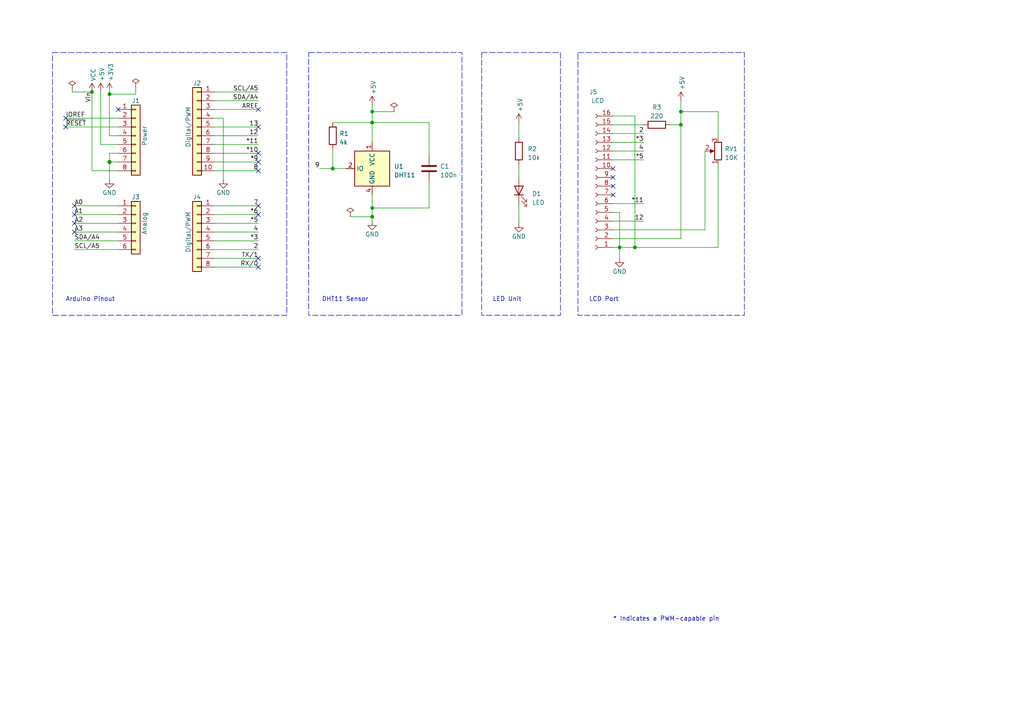
<source format=kicad_sch>
(kicad_sch (version 20230121) (generator eeschema)

  (uuid e63e39d7-6ac0-4ffd-8aa3-1841a4541b55)

  (paper "A4")

  (title_block
    (title "Temperature Sensor Arduino UNO Shield")
    (date "mar. 31 mars 2015")
    (rev "v1.0")
  )

  (lib_symbols
    (symbol "Connector:Conn_01x16_Socket" (pin_names (offset 1.016) hide) (in_bom yes) (on_board yes)
      (property "Reference" "J" (at 0 20.32 0)
        (effects (font (size 1.27 1.27)))
      )
      (property "Value" "Conn_01x16_Socket" (at 0 -22.86 0)
        (effects (font (size 1.27 1.27)))
      )
      (property "Footprint" "" (at 0 0 0)
        (effects (font (size 1.27 1.27)) hide)
      )
      (property "Datasheet" "~" (at 0 0 0)
        (effects (font (size 1.27 1.27)) hide)
      )
      (property "ki_locked" "" (at 0 0 0)
        (effects (font (size 1.27 1.27)))
      )
      (property "ki_keywords" "connector" (at 0 0 0)
        (effects (font (size 1.27 1.27)) hide)
      )
      (property "ki_description" "Generic connector, single row, 01x16, script generated" (at 0 0 0)
        (effects (font (size 1.27 1.27)) hide)
      )
      (property "ki_fp_filters" "Connector*:*_1x??_*" (at 0 0 0)
        (effects (font (size 1.27 1.27)) hide)
      )
      (symbol "Conn_01x16_Socket_1_1"
        (arc (start 0 -19.812) (mid -0.5058 -20.32) (end 0 -20.828)
          (stroke (width 0.1524) (type default))
          (fill (type none))
        )
        (arc (start 0 -17.272) (mid -0.5058 -17.78) (end 0 -18.288)
          (stroke (width 0.1524) (type default))
          (fill (type none))
        )
        (arc (start 0 -14.732) (mid -0.5058 -15.24) (end 0 -15.748)
          (stroke (width 0.1524) (type default))
          (fill (type none))
        )
        (arc (start 0 -12.192) (mid -0.5058 -12.7) (end 0 -13.208)
          (stroke (width 0.1524) (type default))
          (fill (type none))
        )
        (arc (start 0 -9.652) (mid -0.5058 -10.16) (end 0 -10.668)
          (stroke (width 0.1524) (type default))
          (fill (type none))
        )
        (arc (start 0 -7.112) (mid -0.5058 -7.62) (end 0 -8.128)
          (stroke (width 0.1524) (type default))
          (fill (type none))
        )
        (arc (start 0 -4.572) (mid -0.5058 -5.08) (end 0 -5.588)
          (stroke (width 0.1524) (type default))
          (fill (type none))
        )
        (arc (start 0 -2.032) (mid -0.5058 -2.54) (end 0 -3.048)
          (stroke (width 0.1524) (type default))
          (fill (type none))
        )
        (polyline
          (pts
            (xy -1.27 -20.32)
            (xy -0.508 -20.32)
          )
          (stroke (width 0.1524) (type default))
          (fill (type none))
        )
        (polyline
          (pts
            (xy -1.27 -17.78)
            (xy -0.508 -17.78)
          )
          (stroke (width 0.1524) (type default))
          (fill (type none))
        )
        (polyline
          (pts
            (xy -1.27 -15.24)
            (xy -0.508 -15.24)
          )
          (stroke (width 0.1524) (type default))
          (fill (type none))
        )
        (polyline
          (pts
            (xy -1.27 -12.7)
            (xy -0.508 -12.7)
          )
          (stroke (width 0.1524) (type default))
          (fill (type none))
        )
        (polyline
          (pts
            (xy -1.27 -10.16)
            (xy -0.508 -10.16)
          )
          (stroke (width 0.1524) (type default))
          (fill (type none))
        )
        (polyline
          (pts
            (xy -1.27 -7.62)
            (xy -0.508 -7.62)
          )
          (stroke (width 0.1524) (type default))
          (fill (type none))
        )
        (polyline
          (pts
            (xy -1.27 -5.08)
            (xy -0.508 -5.08)
          )
          (stroke (width 0.1524) (type default))
          (fill (type none))
        )
        (polyline
          (pts
            (xy -1.27 -2.54)
            (xy -0.508 -2.54)
          )
          (stroke (width 0.1524) (type default))
          (fill (type none))
        )
        (polyline
          (pts
            (xy -1.27 0)
            (xy -0.508 0)
          )
          (stroke (width 0.1524) (type default))
          (fill (type none))
        )
        (polyline
          (pts
            (xy -1.27 2.54)
            (xy -0.508 2.54)
          )
          (stroke (width 0.1524) (type default))
          (fill (type none))
        )
        (polyline
          (pts
            (xy -1.27 5.08)
            (xy -0.508 5.08)
          )
          (stroke (width 0.1524) (type default))
          (fill (type none))
        )
        (polyline
          (pts
            (xy -1.27 7.62)
            (xy -0.508 7.62)
          )
          (stroke (width 0.1524) (type default))
          (fill (type none))
        )
        (polyline
          (pts
            (xy -1.27 10.16)
            (xy -0.508 10.16)
          )
          (stroke (width 0.1524) (type default))
          (fill (type none))
        )
        (polyline
          (pts
            (xy -1.27 12.7)
            (xy -0.508 12.7)
          )
          (stroke (width 0.1524) (type default))
          (fill (type none))
        )
        (polyline
          (pts
            (xy -1.27 15.24)
            (xy -0.508 15.24)
          )
          (stroke (width 0.1524) (type default))
          (fill (type none))
        )
        (polyline
          (pts
            (xy -1.27 17.78)
            (xy -0.508 17.78)
          )
          (stroke (width 0.1524) (type default))
          (fill (type none))
        )
        (arc (start 0 0.508) (mid -0.5058 0) (end 0 -0.508)
          (stroke (width 0.1524) (type default))
          (fill (type none))
        )
        (arc (start 0 3.048) (mid -0.5058 2.54) (end 0 2.032)
          (stroke (width 0.1524) (type default))
          (fill (type none))
        )
        (arc (start 0 5.588) (mid -0.5058 5.08) (end 0 4.572)
          (stroke (width 0.1524) (type default))
          (fill (type none))
        )
        (arc (start 0 8.128) (mid -0.5058 7.62) (end 0 7.112)
          (stroke (width 0.1524) (type default))
          (fill (type none))
        )
        (arc (start 0 10.668) (mid -0.5058 10.16) (end 0 9.652)
          (stroke (width 0.1524) (type default))
          (fill (type none))
        )
        (arc (start 0 13.208) (mid -0.5058 12.7) (end 0 12.192)
          (stroke (width 0.1524) (type default))
          (fill (type none))
        )
        (arc (start 0 15.748) (mid -0.5058 15.24) (end 0 14.732)
          (stroke (width 0.1524) (type default))
          (fill (type none))
        )
        (arc (start 0 18.288) (mid -0.5058 17.78) (end 0 17.272)
          (stroke (width 0.1524) (type default))
          (fill (type none))
        )
        (pin passive line (at -5.08 17.78 0) (length 3.81)
          (name "Pin_1" (effects (font (size 1.27 1.27))))
          (number "1" (effects (font (size 1.27 1.27))))
        )
        (pin passive line (at -5.08 -5.08 0) (length 3.81)
          (name "Pin_10" (effects (font (size 1.27 1.27))))
          (number "10" (effects (font (size 1.27 1.27))))
        )
        (pin passive line (at -5.08 -7.62 0) (length 3.81)
          (name "Pin_11" (effects (font (size 1.27 1.27))))
          (number "11" (effects (font (size 1.27 1.27))))
        )
        (pin passive line (at -5.08 -10.16 0) (length 3.81)
          (name "Pin_12" (effects (font (size 1.27 1.27))))
          (number "12" (effects (font (size 1.27 1.27))))
        )
        (pin passive line (at -5.08 -12.7 0) (length 3.81)
          (name "Pin_13" (effects (font (size 1.27 1.27))))
          (number "13" (effects (font (size 1.27 1.27))))
        )
        (pin passive line (at -5.08 -15.24 0) (length 3.81)
          (name "Pin_14" (effects (font (size 1.27 1.27))))
          (number "14" (effects (font (size 1.27 1.27))))
        )
        (pin passive line (at -5.08 -17.78 0) (length 3.81)
          (name "Pin_15" (effects (font (size 1.27 1.27))))
          (number "15" (effects (font (size 1.27 1.27))))
        )
        (pin passive line (at -5.08 -20.32 0) (length 3.81)
          (name "Pin_16" (effects (font (size 1.27 1.27))))
          (number "16" (effects (font (size 1.27 1.27))))
        )
        (pin passive line (at -5.08 15.24 0) (length 3.81)
          (name "Pin_2" (effects (font (size 1.27 1.27))))
          (number "2" (effects (font (size 1.27 1.27))))
        )
        (pin passive line (at -5.08 12.7 0) (length 3.81)
          (name "Pin_3" (effects (font (size 1.27 1.27))))
          (number "3" (effects (font (size 1.27 1.27))))
        )
        (pin passive line (at -5.08 10.16 0) (length 3.81)
          (name "Pin_4" (effects (font (size 1.27 1.27))))
          (number "4" (effects (font (size 1.27 1.27))))
        )
        (pin passive line (at -5.08 7.62 0) (length 3.81)
          (name "Pin_5" (effects (font (size 1.27 1.27))))
          (number "5" (effects (font (size 1.27 1.27))))
        )
        (pin passive line (at -5.08 5.08 0) (length 3.81)
          (name "Pin_6" (effects (font (size 1.27 1.27))))
          (number "6" (effects (font (size 1.27 1.27))))
        )
        (pin passive line (at -5.08 2.54 0) (length 3.81)
          (name "Pin_7" (effects (font (size 1.27 1.27))))
          (number "7" (effects (font (size 1.27 1.27))))
        )
        (pin passive line (at -5.08 0 0) (length 3.81)
          (name "Pin_8" (effects (font (size 1.27 1.27))))
          (number "8" (effects (font (size 1.27 1.27))))
        )
        (pin passive line (at -5.08 -2.54 0) (length 3.81)
          (name "Pin_9" (effects (font (size 1.27 1.27))))
          (number "9" (effects (font (size 1.27 1.27))))
        )
      )
    )
    (symbol "Connector_Generic:Conn_01x06" (pin_names (offset 1.016) hide) (in_bom yes) (on_board yes)
      (property "Reference" "J" (at 0 7.62 0)
        (effects (font (size 1.27 1.27)))
      )
      (property "Value" "Conn_01x06" (at 0 -10.16 0)
        (effects (font (size 1.27 1.27)))
      )
      (property "Footprint" "" (at 0 0 0)
        (effects (font (size 1.27 1.27)) hide)
      )
      (property "Datasheet" "~" (at 0 0 0)
        (effects (font (size 1.27 1.27)) hide)
      )
      (property "ki_keywords" "connector" (at 0 0 0)
        (effects (font (size 1.27 1.27)) hide)
      )
      (property "ki_description" "Generic connector, single row, 01x06, script generated (kicad-library-utils/schlib/autogen/connector/)" (at 0 0 0)
        (effects (font (size 1.27 1.27)) hide)
      )
      (property "ki_fp_filters" "Connector*:*_1x??_*" (at 0 0 0)
        (effects (font (size 1.27 1.27)) hide)
      )
      (symbol "Conn_01x06_1_1"
        (rectangle (start -1.27 -7.493) (end 0 -7.747)
          (stroke (width 0.1524) (type default))
          (fill (type none))
        )
        (rectangle (start -1.27 -4.953) (end 0 -5.207)
          (stroke (width 0.1524) (type default))
          (fill (type none))
        )
        (rectangle (start -1.27 -2.413) (end 0 -2.667)
          (stroke (width 0.1524) (type default))
          (fill (type none))
        )
        (rectangle (start -1.27 0.127) (end 0 -0.127)
          (stroke (width 0.1524) (type default))
          (fill (type none))
        )
        (rectangle (start -1.27 2.667) (end 0 2.413)
          (stroke (width 0.1524) (type default))
          (fill (type none))
        )
        (rectangle (start -1.27 5.207) (end 0 4.953)
          (stroke (width 0.1524) (type default))
          (fill (type none))
        )
        (rectangle (start -1.27 6.35) (end 1.27 -8.89)
          (stroke (width 0.254) (type default))
          (fill (type background))
        )
        (pin passive line (at -5.08 5.08 0) (length 3.81)
          (name "Pin_1" (effects (font (size 1.27 1.27))))
          (number "1" (effects (font (size 1.27 1.27))))
        )
        (pin passive line (at -5.08 2.54 0) (length 3.81)
          (name "Pin_2" (effects (font (size 1.27 1.27))))
          (number "2" (effects (font (size 1.27 1.27))))
        )
        (pin passive line (at -5.08 0 0) (length 3.81)
          (name "Pin_3" (effects (font (size 1.27 1.27))))
          (number "3" (effects (font (size 1.27 1.27))))
        )
        (pin passive line (at -5.08 -2.54 0) (length 3.81)
          (name "Pin_4" (effects (font (size 1.27 1.27))))
          (number "4" (effects (font (size 1.27 1.27))))
        )
        (pin passive line (at -5.08 -5.08 0) (length 3.81)
          (name "Pin_5" (effects (font (size 1.27 1.27))))
          (number "5" (effects (font (size 1.27 1.27))))
        )
        (pin passive line (at -5.08 -7.62 0) (length 3.81)
          (name "Pin_6" (effects (font (size 1.27 1.27))))
          (number "6" (effects (font (size 1.27 1.27))))
        )
      )
    )
    (symbol "Connector_Generic:Conn_01x08" (pin_names (offset 1.016) hide) (in_bom yes) (on_board yes)
      (property "Reference" "J" (at 0 10.16 0)
        (effects (font (size 1.27 1.27)))
      )
      (property "Value" "Conn_01x08" (at 0 -12.7 0)
        (effects (font (size 1.27 1.27)))
      )
      (property "Footprint" "" (at 0 0 0)
        (effects (font (size 1.27 1.27)) hide)
      )
      (property "Datasheet" "~" (at 0 0 0)
        (effects (font (size 1.27 1.27)) hide)
      )
      (property "ki_keywords" "connector" (at 0 0 0)
        (effects (font (size 1.27 1.27)) hide)
      )
      (property "ki_description" "Generic connector, single row, 01x08, script generated (kicad-library-utils/schlib/autogen/connector/)" (at 0 0 0)
        (effects (font (size 1.27 1.27)) hide)
      )
      (property "ki_fp_filters" "Connector*:*_1x??_*" (at 0 0 0)
        (effects (font (size 1.27 1.27)) hide)
      )
      (symbol "Conn_01x08_1_1"
        (rectangle (start -1.27 -10.033) (end 0 -10.287)
          (stroke (width 0.1524) (type default))
          (fill (type none))
        )
        (rectangle (start -1.27 -7.493) (end 0 -7.747)
          (stroke (width 0.1524) (type default))
          (fill (type none))
        )
        (rectangle (start -1.27 -4.953) (end 0 -5.207)
          (stroke (width 0.1524) (type default))
          (fill (type none))
        )
        (rectangle (start -1.27 -2.413) (end 0 -2.667)
          (stroke (width 0.1524) (type default))
          (fill (type none))
        )
        (rectangle (start -1.27 0.127) (end 0 -0.127)
          (stroke (width 0.1524) (type default))
          (fill (type none))
        )
        (rectangle (start -1.27 2.667) (end 0 2.413)
          (stroke (width 0.1524) (type default))
          (fill (type none))
        )
        (rectangle (start -1.27 5.207) (end 0 4.953)
          (stroke (width 0.1524) (type default))
          (fill (type none))
        )
        (rectangle (start -1.27 7.747) (end 0 7.493)
          (stroke (width 0.1524) (type default))
          (fill (type none))
        )
        (rectangle (start -1.27 8.89) (end 1.27 -11.43)
          (stroke (width 0.254) (type default))
          (fill (type background))
        )
        (pin passive line (at -5.08 7.62 0) (length 3.81)
          (name "Pin_1" (effects (font (size 1.27 1.27))))
          (number "1" (effects (font (size 1.27 1.27))))
        )
        (pin passive line (at -5.08 5.08 0) (length 3.81)
          (name "Pin_2" (effects (font (size 1.27 1.27))))
          (number "2" (effects (font (size 1.27 1.27))))
        )
        (pin passive line (at -5.08 2.54 0) (length 3.81)
          (name "Pin_3" (effects (font (size 1.27 1.27))))
          (number "3" (effects (font (size 1.27 1.27))))
        )
        (pin passive line (at -5.08 0 0) (length 3.81)
          (name "Pin_4" (effects (font (size 1.27 1.27))))
          (number "4" (effects (font (size 1.27 1.27))))
        )
        (pin passive line (at -5.08 -2.54 0) (length 3.81)
          (name "Pin_5" (effects (font (size 1.27 1.27))))
          (number "5" (effects (font (size 1.27 1.27))))
        )
        (pin passive line (at -5.08 -5.08 0) (length 3.81)
          (name "Pin_6" (effects (font (size 1.27 1.27))))
          (number "6" (effects (font (size 1.27 1.27))))
        )
        (pin passive line (at -5.08 -7.62 0) (length 3.81)
          (name "Pin_7" (effects (font (size 1.27 1.27))))
          (number "7" (effects (font (size 1.27 1.27))))
        )
        (pin passive line (at -5.08 -10.16 0) (length 3.81)
          (name "Pin_8" (effects (font (size 1.27 1.27))))
          (number "8" (effects (font (size 1.27 1.27))))
        )
      )
    )
    (symbol "Connector_Generic:Conn_01x10" (pin_names (offset 1.016) hide) (in_bom yes) (on_board yes)
      (property "Reference" "J" (at 0 12.7 0)
        (effects (font (size 1.27 1.27)))
      )
      (property "Value" "Conn_01x10" (at 0 -15.24 0)
        (effects (font (size 1.27 1.27)))
      )
      (property "Footprint" "" (at 0 0 0)
        (effects (font (size 1.27 1.27)) hide)
      )
      (property "Datasheet" "~" (at 0 0 0)
        (effects (font (size 1.27 1.27)) hide)
      )
      (property "ki_keywords" "connector" (at 0 0 0)
        (effects (font (size 1.27 1.27)) hide)
      )
      (property "ki_description" "Generic connector, single row, 01x10, script generated (kicad-library-utils/schlib/autogen/connector/)" (at 0 0 0)
        (effects (font (size 1.27 1.27)) hide)
      )
      (property "ki_fp_filters" "Connector*:*_1x??_*" (at 0 0 0)
        (effects (font (size 1.27 1.27)) hide)
      )
      (symbol "Conn_01x10_1_1"
        (rectangle (start -1.27 -12.573) (end 0 -12.827)
          (stroke (width 0.1524) (type default))
          (fill (type none))
        )
        (rectangle (start -1.27 -10.033) (end 0 -10.287)
          (stroke (width 0.1524) (type default))
          (fill (type none))
        )
        (rectangle (start -1.27 -7.493) (end 0 -7.747)
          (stroke (width 0.1524) (type default))
          (fill (type none))
        )
        (rectangle (start -1.27 -4.953) (end 0 -5.207)
          (stroke (width 0.1524) (type default))
          (fill (type none))
        )
        (rectangle (start -1.27 -2.413) (end 0 -2.667)
          (stroke (width 0.1524) (type default))
          (fill (type none))
        )
        (rectangle (start -1.27 0.127) (end 0 -0.127)
          (stroke (width 0.1524) (type default))
          (fill (type none))
        )
        (rectangle (start -1.27 2.667) (end 0 2.413)
          (stroke (width 0.1524) (type default))
          (fill (type none))
        )
        (rectangle (start -1.27 5.207) (end 0 4.953)
          (stroke (width 0.1524) (type default))
          (fill (type none))
        )
        (rectangle (start -1.27 7.747) (end 0 7.493)
          (stroke (width 0.1524) (type default))
          (fill (type none))
        )
        (rectangle (start -1.27 10.287) (end 0 10.033)
          (stroke (width 0.1524) (type default))
          (fill (type none))
        )
        (rectangle (start -1.27 11.43) (end 1.27 -13.97)
          (stroke (width 0.254) (type default))
          (fill (type background))
        )
        (pin passive line (at -5.08 10.16 0) (length 3.81)
          (name "Pin_1" (effects (font (size 1.27 1.27))))
          (number "1" (effects (font (size 1.27 1.27))))
        )
        (pin passive line (at -5.08 -12.7 0) (length 3.81)
          (name "Pin_10" (effects (font (size 1.27 1.27))))
          (number "10" (effects (font (size 1.27 1.27))))
        )
        (pin passive line (at -5.08 7.62 0) (length 3.81)
          (name "Pin_2" (effects (font (size 1.27 1.27))))
          (number "2" (effects (font (size 1.27 1.27))))
        )
        (pin passive line (at -5.08 5.08 0) (length 3.81)
          (name "Pin_3" (effects (font (size 1.27 1.27))))
          (number "3" (effects (font (size 1.27 1.27))))
        )
        (pin passive line (at -5.08 2.54 0) (length 3.81)
          (name "Pin_4" (effects (font (size 1.27 1.27))))
          (number "4" (effects (font (size 1.27 1.27))))
        )
        (pin passive line (at -5.08 0 0) (length 3.81)
          (name "Pin_5" (effects (font (size 1.27 1.27))))
          (number "5" (effects (font (size 1.27 1.27))))
        )
        (pin passive line (at -5.08 -2.54 0) (length 3.81)
          (name "Pin_6" (effects (font (size 1.27 1.27))))
          (number "6" (effects (font (size 1.27 1.27))))
        )
        (pin passive line (at -5.08 -5.08 0) (length 3.81)
          (name "Pin_7" (effects (font (size 1.27 1.27))))
          (number "7" (effects (font (size 1.27 1.27))))
        )
        (pin passive line (at -5.08 -7.62 0) (length 3.81)
          (name "Pin_8" (effects (font (size 1.27 1.27))))
          (number "8" (effects (font (size 1.27 1.27))))
        )
        (pin passive line (at -5.08 -10.16 0) (length 3.81)
          (name "Pin_9" (effects (font (size 1.27 1.27))))
          (number "9" (effects (font (size 1.27 1.27))))
        )
      )
    )
    (symbol "Device:C" (pin_numbers hide) (pin_names (offset 0.254)) (in_bom yes) (on_board yes)
      (property "Reference" "C" (at 0.635 2.54 0)
        (effects (font (size 1.27 1.27)) (justify left))
      )
      (property "Value" "C" (at 0.635 -2.54 0)
        (effects (font (size 1.27 1.27)) (justify left))
      )
      (property "Footprint" "" (at 0.9652 -3.81 0)
        (effects (font (size 1.27 1.27)) hide)
      )
      (property "Datasheet" "~" (at 0 0 0)
        (effects (font (size 1.27 1.27)) hide)
      )
      (property "ki_keywords" "cap capacitor" (at 0 0 0)
        (effects (font (size 1.27 1.27)) hide)
      )
      (property "ki_description" "Unpolarized capacitor" (at 0 0 0)
        (effects (font (size 1.27 1.27)) hide)
      )
      (property "ki_fp_filters" "C_*" (at 0 0 0)
        (effects (font (size 1.27 1.27)) hide)
      )
      (symbol "C_0_1"
        (polyline
          (pts
            (xy -2.032 -0.762)
            (xy 2.032 -0.762)
          )
          (stroke (width 0.508) (type default))
          (fill (type none))
        )
        (polyline
          (pts
            (xy -2.032 0.762)
            (xy 2.032 0.762)
          )
          (stroke (width 0.508) (type default))
          (fill (type none))
        )
      )
      (symbol "C_1_1"
        (pin passive line (at 0 3.81 270) (length 2.794)
          (name "~" (effects (font (size 1.27 1.27))))
          (number "1" (effects (font (size 1.27 1.27))))
        )
        (pin passive line (at 0 -3.81 90) (length 2.794)
          (name "~" (effects (font (size 1.27 1.27))))
          (number "2" (effects (font (size 1.27 1.27))))
        )
      )
    )
    (symbol "Device:LED" (pin_numbers hide) (pin_names (offset 1.016) hide) (in_bom yes) (on_board yes)
      (property "Reference" "D" (at 0 2.54 0)
        (effects (font (size 1.27 1.27)))
      )
      (property "Value" "LED" (at 0 -2.54 0)
        (effects (font (size 1.27 1.27)))
      )
      (property "Footprint" "" (at 0 0 0)
        (effects (font (size 1.27 1.27)) hide)
      )
      (property "Datasheet" "~" (at 0 0 0)
        (effects (font (size 1.27 1.27)) hide)
      )
      (property "ki_keywords" "LED diode" (at 0 0 0)
        (effects (font (size 1.27 1.27)) hide)
      )
      (property "ki_description" "Light emitting diode" (at 0 0 0)
        (effects (font (size 1.27 1.27)) hide)
      )
      (property "ki_fp_filters" "LED* LED_SMD:* LED_THT:*" (at 0 0 0)
        (effects (font (size 1.27 1.27)) hide)
      )
      (symbol "LED_0_1"
        (polyline
          (pts
            (xy -1.27 -1.27)
            (xy -1.27 1.27)
          )
          (stroke (width 0.254) (type default))
          (fill (type none))
        )
        (polyline
          (pts
            (xy -1.27 0)
            (xy 1.27 0)
          )
          (stroke (width 0) (type default))
          (fill (type none))
        )
        (polyline
          (pts
            (xy 1.27 -1.27)
            (xy 1.27 1.27)
            (xy -1.27 0)
            (xy 1.27 -1.27)
          )
          (stroke (width 0.254) (type default))
          (fill (type none))
        )
        (polyline
          (pts
            (xy -3.048 -0.762)
            (xy -4.572 -2.286)
            (xy -3.81 -2.286)
            (xy -4.572 -2.286)
            (xy -4.572 -1.524)
          )
          (stroke (width 0) (type default))
          (fill (type none))
        )
        (polyline
          (pts
            (xy -1.778 -0.762)
            (xy -3.302 -2.286)
            (xy -2.54 -2.286)
            (xy -3.302 -2.286)
            (xy -3.302 -1.524)
          )
          (stroke (width 0) (type default))
          (fill (type none))
        )
      )
      (symbol "LED_1_1"
        (pin passive line (at -3.81 0 0) (length 2.54)
          (name "K" (effects (font (size 1.27 1.27))))
          (number "1" (effects (font (size 1.27 1.27))))
        )
        (pin passive line (at 3.81 0 180) (length 2.54)
          (name "A" (effects (font (size 1.27 1.27))))
          (number "2" (effects (font (size 1.27 1.27))))
        )
      )
    )
    (symbol "Device:R" (pin_numbers hide) (pin_names (offset 0)) (in_bom yes) (on_board yes)
      (property "Reference" "R" (at 2.032 0 90)
        (effects (font (size 1.27 1.27)))
      )
      (property "Value" "R" (at 0 0 90)
        (effects (font (size 1.27 1.27)))
      )
      (property "Footprint" "" (at -1.778 0 90)
        (effects (font (size 1.27 1.27)) hide)
      )
      (property "Datasheet" "~" (at 0 0 0)
        (effects (font (size 1.27 1.27)) hide)
      )
      (property "ki_keywords" "R res resistor" (at 0 0 0)
        (effects (font (size 1.27 1.27)) hide)
      )
      (property "ki_description" "Resistor" (at 0 0 0)
        (effects (font (size 1.27 1.27)) hide)
      )
      (property "ki_fp_filters" "R_*" (at 0 0 0)
        (effects (font (size 1.27 1.27)) hide)
      )
      (symbol "R_0_1"
        (rectangle (start -1.016 -2.54) (end 1.016 2.54)
          (stroke (width 0.254) (type default))
          (fill (type none))
        )
      )
      (symbol "R_1_1"
        (pin passive line (at 0 3.81 270) (length 1.27)
          (name "~" (effects (font (size 1.27 1.27))))
          (number "1" (effects (font (size 1.27 1.27))))
        )
        (pin passive line (at 0 -3.81 90) (length 1.27)
          (name "~" (effects (font (size 1.27 1.27))))
          (number "2" (effects (font (size 1.27 1.27))))
        )
      )
    )
    (symbol "Device:R_Potentiometer" (pin_names (offset 1.016) hide) (in_bom yes) (on_board yes)
      (property "Reference" "RV" (at -4.445 0 90)
        (effects (font (size 1.27 1.27)))
      )
      (property "Value" "R_Potentiometer" (at -2.54 0 90)
        (effects (font (size 1.27 1.27)))
      )
      (property "Footprint" "" (at 0 0 0)
        (effects (font (size 1.27 1.27)) hide)
      )
      (property "Datasheet" "~" (at 0 0 0)
        (effects (font (size 1.27 1.27)) hide)
      )
      (property "ki_keywords" "resistor variable" (at 0 0 0)
        (effects (font (size 1.27 1.27)) hide)
      )
      (property "ki_description" "Potentiometer" (at 0 0 0)
        (effects (font (size 1.27 1.27)) hide)
      )
      (property "ki_fp_filters" "Potentiometer*" (at 0 0 0)
        (effects (font (size 1.27 1.27)) hide)
      )
      (symbol "R_Potentiometer_0_1"
        (polyline
          (pts
            (xy 2.54 0)
            (xy 1.524 0)
          )
          (stroke (width 0) (type default))
          (fill (type none))
        )
        (polyline
          (pts
            (xy 1.143 0)
            (xy 2.286 0.508)
            (xy 2.286 -0.508)
            (xy 1.143 0)
          )
          (stroke (width 0) (type default))
          (fill (type outline))
        )
        (rectangle (start 1.016 2.54) (end -1.016 -2.54)
          (stroke (width 0.254) (type default))
          (fill (type none))
        )
      )
      (symbol "R_Potentiometer_1_1"
        (pin passive line (at 0 3.81 270) (length 1.27)
          (name "1" (effects (font (size 1.27 1.27))))
          (number "1" (effects (font (size 1.27 1.27))))
        )
        (pin passive line (at 3.81 0 180) (length 1.27)
          (name "2" (effects (font (size 1.27 1.27))))
          (number "2" (effects (font (size 1.27 1.27))))
        )
        (pin passive line (at 0 -3.81 90) (length 1.27)
          (name "3" (effects (font (size 1.27 1.27))))
          (number "3" (effects (font (size 1.27 1.27))))
        )
      )
    )
    (symbol "Sensor:DHT11" (in_bom yes) (on_board yes)
      (property "Reference" "U" (at -3.81 6.35 0)
        (effects (font (size 1.27 1.27)))
      )
      (property "Value" "DHT11" (at 3.81 6.35 0)
        (effects (font (size 1.27 1.27)))
      )
      (property "Footprint" "Sensor:Aosong_DHT11_5.5x12.0_P2.54mm" (at 0 -10.16 0)
        (effects (font (size 1.27 1.27)) hide)
      )
      (property "Datasheet" "http://akizukidenshi.com/download/ds/aosong/DHT11.pdf" (at 3.81 6.35 0)
        (effects (font (size 1.27 1.27)) hide)
      )
      (property "ki_keywords" "Digital temperature humidity sensor" (at 0 0 0)
        (effects (font (size 1.27 1.27)) hide)
      )
      (property "ki_description" "Temperature and humidity module" (at 0 0 0)
        (effects (font (size 1.27 1.27)) hide)
      )
      (property "ki_fp_filters" "Aosong*DHT11*5.5x12.0*P2.54mm*" (at 0 0 0)
        (effects (font (size 1.27 1.27)) hide)
      )
      (symbol "DHT11_0_1"
        (rectangle (start -5.08 5.08) (end 5.08 -5.08)
          (stroke (width 0.254) (type default))
          (fill (type background))
        )
      )
      (symbol "DHT11_1_1"
        (pin power_in line (at 0 7.62 270) (length 2.54)
          (name "VCC" (effects (font (size 1.27 1.27))))
          (number "1" (effects (font (size 1.27 1.27))))
        )
        (pin bidirectional line (at 7.62 0 180) (length 2.54)
          (name "IO" (effects (font (size 1.27 1.27))))
          (number "2" (effects (font (size 1.27 1.27))))
        )
        (pin no_connect line (at -5.08 0 0) (length 2.54) hide
          (name "NC" (effects (font (size 1.27 1.27))))
          (number "3" (effects (font (size 1.27 1.27))))
        )
        (pin power_in line (at 0 -7.62 90) (length 2.54)
          (name "GND" (effects (font (size 1.27 1.27))))
          (number "4" (effects (font (size 1.27 1.27))))
        )
      )
    )
    (symbol "power:+3V3" (power) (pin_names (offset 0)) (in_bom yes) (on_board yes)
      (property "Reference" "#PWR" (at 0 -3.81 0)
        (effects (font (size 1.27 1.27)) hide)
      )
      (property "Value" "+3V3" (at 0 3.556 0)
        (effects (font (size 1.27 1.27)))
      )
      (property "Footprint" "" (at 0 0 0)
        (effects (font (size 1.27 1.27)) hide)
      )
      (property "Datasheet" "" (at 0 0 0)
        (effects (font (size 1.27 1.27)) hide)
      )
      (property "ki_keywords" "global power" (at 0 0 0)
        (effects (font (size 1.27 1.27)) hide)
      )
      (property "ki_description" "Power symbol creates a global label with name \"+3V3\"" (at 0 0 0)
        (effects (font (size 1.27 1.27)) hide)
      )
      (symbol "+3V3_0_1"
        (polyline
          (pts
            (xy -0.762 1.27)
            (xy 0 2.54)
          )
          (stroke (width 0) (type default))
          (fill (type none))
        )
        (polyline
          (pts
            (xy 0 0)
            (xy 0 2.54)
          )
          (stroke (width 0) (type default))
          (fill (type none))
        )
        (polyline
          (pts
            (xy 0 2.54)
            (xy 0.762 1.27)
          )
          (stroke (width 0) (type default))
          (fill (type none))
        )
      )
      (symbol "+3V3_1_1"
        (pin power_in line (at 0 0 90) (length 0) hide
          (name "+3V3" (effects (font (size 1.27 1.27))))
          (number "1" (effects (font (size 1.27 1.27))))
        )
      )
    )
    (symbol "power:+5V" (power) (pin_names (offset 0)) (in_bom yes) (on_board yes)
      (property "Reference" "#PWR" (at 0 -3.81 0)
        (effects (font (size 1.27 1.27)) hide)
      )
      (property "Value" "+5V" (at 0 3.556 0)
        (effects (font (size 1.27 1.27)))
      )
      (property "Footprint" "" (at 0 0 0)
        (effects (font (size 1.27 1.27)) hide)
      )
      (property "Datasheet" "" (at 0 0 0)
        (effects (font (size 1.27 1.27)) hide)
      )
      (property "ki_keywords" "global power" (at 0 0 0)
        (effects (font (size 1.27 1.27)) hide)
      )
      (property "ki_description" "Power symbol creates a global label with name \"+5V\"" (at 0 0 0)
        (effects (font (size 1.27 1.27)) hide)
      )
      (symbol "+5V_0_1"
        (polyline
          (pts
            (xy -0.762 1.27)
            (xy 0 2.54)
          )
          (stroke (width 0) (type default))
          (fill (type none))
        )
        (polyline
          (pts
            (xy 0 0)
            (xy 0 2.54)
          )
          (stroke (width 0) (type default))
          (fill (type none))
        )
        (polyline
          (pts
            (xy 0 2.54)
            (xy 0.762 1.27)
          )
          (stroke (width 0) (type default))
          (fill (type none))
        )
      )
      (symbol "+5V_1_1"
        (pin power_in line (at 0 0 90) (length 0) hide
          (name "+5V" (effects (font (size 1.27 1.27))))
          (number "1" (effects (font (size 1.27 1.27))))
        )
      )
    )
    (symbol "power:GND" (power) (pin_names (offset 0)) (in_bom yes) (on_board yes)
      (property "Reference" "#PWR" (at 0 -6.35 0)
        (effects (font (size 1.27 1.27)) hide)
      )
      (property "Value" "GND" (at 0 -3.81 0)
        (effects (font (size 1.27 1.27)))
      )
      (property "Footprint" "" (at 0 0 0)
        (effects (font (size 1.27 1.27)) hide)
      )
      (property "Datasheet" "" (at 0 0 0)
        (effects (font (size 1.27 1.27)) hide)
      )
      (property "ki_keywords" "global power" (at 0 0 0)
        (effects (font (size 1.27 1.27)) hide)
      )
      (property "ki_description" "Power symbol creates a global label with name \"GND\" , ground" (at 0 0 0)
        (effects (font (size 1.27 1.27)) hide)
      )
      (symbol "GND_0_1"
        (polyline
          (pts
            (xy 0 0)
            (xy 0 -1.27)
            (xy 1.27 -1.27)
            (xy 0 -2.54)
            (xy -1.27 -1.27)
            (xy 0 -1.27)
          )
          (stroke (width 0) (type default))
          (fill (type none))
        )
      )
      (symbol "GND_1_1"
        (pin power_in line (at 0 0 270) (length 0) hide
          (name "GND" (effects (font (size 1.27 1.27))))
          (number "1" (effects (font (size 1.27 1.27))))
        )
      )
    )
    (symbol "power:PWR_FLAG" (power) (pin_numbers hide) (pin_names (offset 0) hide) (in_bom yes) (on_board yes)
      (property "Reference" "#FLG" (at 0 1.905 0)
        (effects (font (size 1.27 1.27)) hide)
      )
      (property "Value" "PWR_FLAG" (at 0 3.81 0)
        (effects (font (size 1.27 1.27)))
      )
      (property "Footprint" "" (at 0 0 0)
        (effects (font (size 1.27 1.27)) hide)
      )
      (property "Datasheet" "~" (at 0 0 0)
        (effects (font (size 1.27 1.27)) hide)
      )
      (property "ki_keywords" "flag power" (at 0 0 0)
        (effects (font (size 1.27 1.27)) hide)
      )
      (property "ki_description" "Special symbol for telling ERC where power comes from" (at 0 0 0)
        (effects (font (size 1.27 1.27)) hide)
      )
      (symbol "PWR_FLAG_0_0"
        (pin power_out line (at 0 0 90) (length 0)
          (name "pwr" (effects (font (size 1.27 1.27))))
          (number "1" (effects (font (size 1.27 1.27))))
        )
      )
      (symbol "PWR_FLAG_0_1"
        (polyline
          (pts
            (xy 0 0)
            (xy 0 1.27)
            (xy -1.016 1.905)
            (xy 0 2.54)
            (xy 1.016 1.905)
            (xy 0 1.27)
          )
          (stroke (width 0) (type default))
          (fill (type none))
        )
      )
    )
    (symbol "power:VCC" (power) (pin_names (offset 0)) (in_bom yes) (on_board yes)
      (property "Reference" "#PWR" (at 0 -3.81 0)
        (effects (font (size 1.27 1.27)) hide)
      )
      (property "Value" "VCC" (at 0 3.81 0)
        (effects (font (size 1.27 1.27)))
      )
      (property "Footprint" "" (at 0 0 0)
        (effects (font (size 1.27 1.27)) hide)
      )
      (property "Datasheet" "" (at 0 0 0)
        (effects (font (size 1.27 1.27)) hide)
      )
      (property "ki_keywords" "global power" (at 0 0 0)
        (effects (font (size 1.27 1.27)) hide)
      )
      (property "ki_description" "Power symbol creates a global label with name \"VCC\"" (at 0 0 0)
        (effects (font (size 1.27 1.27)) hide)
      )
      (symbol "VCC_0_1"
        (polyline
          (pts
            (xy -0.762 1.27)
            (xy 0 2.54)
          )
          (stroke (width 0) (type default))
          (fill (type none))
        )
        (polyline
          (pts
            (xy 0 0)
            (xy 0 2.54)
          )
          (stroke (width 0) (type default))
          (fill (type none))
        )
        (polyline
          (pts
            (xy 0 2.54)
            (xy 0.762 1.27)
          )
          (stroke (width 0) (type default))
          (fill (type none))
        )
      )
      (symbol "VCC_1_1"
        (pin power_in line (at 0 0 90) (length 0) hide
          (name "VCC" (effects (font (size 1.27 1.27))))
          (number "1" (effects (font (size 1.27 1.27))))
        )
      )
    )
  )


  (junction (at 107.95 60.325) (diameter 0) (color 0 0 0 0)
    (uuid 2c791a96-0f59-4875-81f2-74ce12309f29)
  )
  (junction (at 31.75 46.99) (diameter 1.016) (color 0 0 0 0)
    (uuid 3dcc657b-55a1-48e0-9667-e01e7b6b08b5)
  )
  (junction (at 197.485 32.385) (diameter 0) (color 0 0 0 0)
    (uuid 3e16df4e-6770-4a5c-99b3-46964de9f3f0)
  )
  (junction (at 26.67 26.67) (diameter 0) (color 0 0 0 0)
    (uuid 703ed2cb-9e2c-4099-9eeb-fe97d6d5cbc2)
  )
  (junction (at 107.95 35.56) (diameter 0) (color 0 0 0 0)
    (uuid b3ab7b31-5996-425c-9078-834344e8cc53)
  )
  (junction (at 96.52 48.895) (diameter 0) (color 0 0 0 0)
    (uuid c170d852-9ebf-4e60-8fee-f66a2cc77c5e)
  )
  (junction (at 184.15 71.755) (diameter 0) (color 0 0 0 0)
    (uuid da99bf5f-ac91-4ef0-84ee-e4adb9588786)
  )
  (junction (at 107.95 32.385) (diameter 0) (color 0 0 0 0)
    (uuid e060225e-5cbb-4614-9e28-169651c86776)
  )
  (junction (at 179.705 71.755) (diameter 0) (color 0 0 0 0)
    (uuid e1ddf9ad-0cab-41fd-b72f-57333ad793ea)
  )
  (junction (at 197.485 36.195) (diameter 0) (color 0 0 0 0)
    (uuid e50c571a-bbaf-4521-bfd2-13b7d9862381)
  )
  (junction (at 107.95 62.865) (diameter 0) (color 0 0 0 0)
    (uuid f41c75a1-64f2-4e34-9ef0-19b8b5361893)
  )
  (junction (at 31.75 27.305) (diameter 0) (color 0 0 0 0)
    (uuid fb16759e-5ba3-4e15-b806-9e12a89f5605)
  )

  (no_connect (at 21.59 59.69) (uuid 08f8d325-2713-44d9-be20-57d596b0d349))
  (no_connect (at 19.05 34.29) (uuid 09d869af-8ac3-4166-87eb-657ba136a49a))
  (no_connect (at 74.93 74.93) (uuid 0b9144d5-c4e6-4972-a00d-441800fa9792))
  (no_connect (at 74.93 62.23) (uuid 13843574-73ad-4a73-950a-9af02eb7518a))
  (no_connect (at 74.93 44.45) (uuid 1bfd04d1-852a-4a06-8297-01e21bd2ab50))
  (no_connect (at 21.59 64.77) (uuid 273b3988-da9e-49a6-a8c3-8871b4343686))
  (no_connect (at 74.93 59.69) (uuid 3d8c0475-901a-428f-a75a-1059ad56a13a))
  (no_connect (at 74.93 36.83) (uuid 48381b4e-344a-43b2-a2a6-caf501744b11))
  (no_connect (at 19.05 36.83) (uuid 499198b9-7a23-4eb8-90c8-c06f76560bcf))
  (no_connect (at 177.8 53.975) (uuid 4d9e3d90-3aab-4f39-a81e-50bc1cb32e38))
  (no_connect (at 74.93 46.99) (uuid 5bafb337-cb7f-4cb4-a5b6-56212aad8281))
  (no_connect (at 74.93 31.75) (uuid 7681d7fc-5154-4664-8647-d316067f9911))
  (no_connect (at 74.93 77.47) (uuid 8f7b28b7-8cda-4f02-97be-4b51b00ac0a8))
  (no_connect (at 74.93 49.53) (uuid 96d6d05b-517d-446f-a701-abb6b3c6bf2c))
  (no_connect (at 21.59 67.31) (uuid 9b035c95-0033-4149-8b2b-71ec88bfdb02))
  (no_connect (at 177.8 56.515) (uuid a5229f74-de98-4ced-be0a-b6c17ec29bb4))
  (no_connect (at 177.8 51.435) (uuid c3d51c50-7847-4115-b1c9-1d64223be811))
  (no_connect (at 21.59 62.23) (uuid c78c15e2-25d3-45f0-9fc8-022e669267a6))
  (no_connect (at 34.29 31.75) (uuid d181157c-7812-47e5-a0cf-9580c905fc86))
  (no_connect (at 177.8 48.895) (uuid d7b57bb5-5b2b-4182-b627-3f816748c984))

  (wire (pts (xy 62.23 77.47) (xy 74.93 77.47))
    (stroke (width 0) (type solid))
    (uuid 010ba307-2067-49d3-b0fa-6414143f3fc2)
  )
  (wire (pts (xy 177.8 69.215) (xy 197.485 69.215))
    (stroke (width 0) (type default))
    (uuid 060a4fdb-baf4-4057-b8bd-a980e8e3c6b5)
  )
  (wire (pts (xy 62.23 44.45) (xy 74.93 44.45))
    (stroke (width 0) (type solid))
    (uuid 09480ba4-37da-45e3-b9fe-6beebf876349)
  )
  (wire (pts (xy 62.23 26.67) (xy 74.93 26.67))
    (stroke (width 0) (type solid))
    (uuid 0f5d2189-4ead-42fa-8f7a-cfa3af4de132)
  )
  (wire (pts (xy 184.15 33.655) (xy 184.15 71.755))
    (stroke (width 0) (type default))
    (uuid 10f7c043-e98c-49ad-bb36-1a341db146e6)
  )
  (wire (pts (xy 107.95 35.56) (xy 124.46 35.56))
    (stroke (width 0) (type default))
    (uuid 19f406ff-b6cf-42f3-b5ea-f4739964acf9)
  )
  (wire (pts (xy 31.75 44.45) (xy 31.75 46.99))
    (stroke (width 0) (type solid))
    (uuid 1c31b835-925f-4a5c-92df-8f2558bb711b)
  )
  (wire (pts (xy 21.59 72.39) (xy 34.29 72.39))
    (stroke (width 0) (type solid))
    (uuid 20854542-d0b0-4be7-af02-0e5fceb34e01)
  )
  (wire (pts (xy 96.52 48.895) (xy 100.33 48.895))
    (stroke (width 0) (type default))
    (uuid 2367c727-64e5-4837-9af8-2658bfdab482)
  )
  (wire (pts (xy 20.955 26.67) (xy 26.67 26.67))
    (stroke (width 0) (type default))
    (uuid 24eca3fa-16e3-4b9c-99fb-f267e5e9e2c2)
  )
  (wire (pts (xy 96.52 35.56) (xy 107.95 35.56))
    (stroke (width 0) (type default))
    (uuid 26d45d52-6c61-4883-956b-a4b141f2d8dc)
  )
  (wire (pts (xy 31.75 46.99) (xy 31.75 52.07))
    (stroke (width 0) (type solid))
    (uuid 2df788b2-ce68-49bc-a497-4b6570a17f30)
  )
  (wire (pts (xy 31.75 39.37) (xy 34.29 39.37))
    (stroke (width 0) (type solid))
    (uuid 3334b11d-5a13-40b4-a117-d693c543e4ab)
  )
  (wire (pts (xy 39.37 25.4) (xy 39.37 27.305))
    (stroke (width 0) (type default))
    (uuid 36062f11-d7f2-44a2-be5c-33a238399fd2)
  )
  (wire (pts (xy 29.21 41.91) (xy 34.29 41.91))
    (stroke (width 0) (type solid))
    (uuid 3661f80c-fef8-4441-83be-df8930b3b45e)
  )
  (wire (pts (xy 29.21 26.67) (xy 29.21 41.91))
    (stroke (width 0) (type solid))
    (uuid 392bf1f6-bf67-427d-8d4c-0a87cb757556)
  )
  (wire (pts (xy 179.705 61.595) (xy 177.8 61.595))
    (stroke (width 0) (type default))
    (uuid 39e0347a-eb53-4deb-bbd9-b05547d7a86f)
  )
  (wire (pts (xy 107.95 32.385) (xy 107.95 35.56))
    (stroke (width 0) (type default))
    (uuid 39f0268e-8175-402a-863d-f0fad05081ad)
  )
  (wire (pts (xy 124.46 60.325) (xy 124.46 52.705))
    (stroke (width 0) (type default))
    (uuid 4203bc8f-72fa-491c-b80c-a1cae6595a55)
  )
  (wire (pts (xy 62.23 36.83) (xy 74.93 36.83))
    (stroke (width 0) (type solid))
    (uuid 4227fa6f-c399-4f14-8228-23e39d2b7e7d)
  )
  (wire (pts (xy 31.75 26.67) (xy 31.75 27.305))
    (stroke (width 0) (type solid))
    (uuid 442fb4de-4d55-45de-bc27-3e6222ceb890)
  )
  (wire (pts (xy 62.23 59.69) (xy 74.93 59.69))
    (stroke (width 0) (type solid))
    (uuid 4455ee2e-5642-42c1-a83b-f7e65fa0c2f1)
  )
  (wire (pts (xy 96.52 43.18) (xy 96.52 48.895))
    (stroke (width 0) (type default))
    (uuid 459553cf-adda-4b22-bb45-4d0f5e54ee3d)
  )
  (wire (pts (xy 31.75 27.305) (xy 31.75 39.37))
    (stroke (width 0) (type solid))
    (uuid 482f84f0-f0cf-42a2-afde-c0fd5f423ca4)
  )
  (wire (pts (xy 34.29 59.69) (xy 21.59 59.69))
    (stroke (width 0) (type solid))
    (uuid 486ca832-85f4-4989-b0f4-569faf9be534)
  )
  (wire (pts (xy 177.8 43.815) (xy 186.69 43.815))
    (stroke (width 0) (type default))
    (uuid 49672bea-0c06-4dfe-b74a-0ef986851ec5)
  )
  (wire (pts (xy 107.95 62.865) (xy 107.95 64.135))
    (stroke (width 0) (type default))
    (uuid 49fb23f9-a02e-4cfd-a36a-2275d01ea933)
  )
  (wire (pts (xy 150.495 47.625) (xy 150.495 51.435))
    (stroke (width 0) (type default))
    (uuid 4a0e00d5-05df-42ca-a9d9-ee6a920cb578)
  )
  (wire (pts (xy 62.23 39.37) (xy 74.93 39.37))
    (stroke (width 0) (type solid))
    (uuid 4a910b57-a5cd-4105-ab4f-bde2a80d4f00)
  )
  (wire (pts (xy 62.23 62.23) (xy 74.93 62.23))
    (stroke (width 0) (type solid))
    (uuid 4e60e1af-19bd-45a0-b418-b7030b594dde)
  )
  (wire (pts (xy 208.28 40.005) (xy 208.28 32.385))
    (stroke (width 0) (type default))
    (uuid 5cb9cac2-c21a-4e81-aba2-c34e17df6c12)
  )
  (wire (pts (xy 177.8 59.055) (xy 186.69 59.055))
    (stroke (width 0) (type default))
    (uuid 5df51dd1-af3b-4ed2-ac0e-e770ffd56fc5)
  )
  (wire (pts (xy 107.95 30.48) (xy 107.95 32.385))
    (stroke (width 0) (type default))
    (uuid 6297cd3d-746c-4b13-b18b-d6aa562be9ac)
  )
  (wire (pts (xy 62.23 46.99) (xy 74.93 46.99))
    (stroke (width 0) (type solid))
    (uuid 63f2b71b-521b-4210-bf06-ed65e330fccc)
  )
  (wire (pts (xy 177.8 71.755) (xy 179.705 71.755))
    (stroke (width 0) (type default))
    (uuid 6a331228-6068-4bd5-9775-5d7d1df1bafb)
  )
  (wire (pts (xy 62.23 67.31) (xy 74.93 67.31))
    (stroke (width 0) (type solid))
    (uuid 6bb3ea5f-9e60-4add-9d97-244be2cf61d2)
  )
  (wire (pts (xy 107.95 60.325) (xy 124.46 60.325))
    (stroke (width 0) (type default))
    (uuid 6f5e4c94-3dc5-4f3c-ab95-f6f5a24f36af)
  )
  (wire (pts (xy 19.05 34.29) (xy 34.29 34.29))
    (stroke (width 0) (type solid))
    (uuid 73d4774c-1387-4550-b580-a1cc0ac89b89)
  )
  (wire (pts (xy 39.37 27.305) (xy 31.75 27.305))
    (stroke (width 0) (type default))
    (uuid 77910afc-ec4b-41e3-8bb6-f019398a10da)
  )
  (wire (pts (xy 197.485 69.215) (xy 197.485 36.195))
    (stroke (width 0) (type default))
    (uuid 8343bd96-d396-48c9-99b9-16686eae001f)
  )
  (wire (pts (xy 64.77 34.29) (xy 64.77 52.07))
    (stroke (width 0) (type solid))
    (uuid 84ce350c-b0c1-4e69-9ab2-f7ec7b8bb312)
  )
  (wire (pts (xy 204.47 66.675) (xy 204.47 43.815))
    (stroke (width 0) (type default))
    (uuid 8568127d-ad4f-462c-9804-744c479789fb)
  )
  (wire (pts (xy 150.495 59.055) (xy 150.495 64.77))
    (stroke (width 0) (type default))
    (uuid 8873bf59-90e0-49e4-af0f-10ba7db55992)
  )
  (wire (pts (xy 62.23 31.75) (xy 74.93 31.75))
    (stroke (width 0) (type solid))
    (uuid 8a3d35a2-f0f6-4dec-a606-7c8e288ca828)
  )
  (wire (pts (xy 177.8 64.135) (xy 186.69 64.135))
    (stroke (width 0) (type default))
    (uuid 8dd5c2e0-3079-4ee6-8e8a-39415754b13c)
  )
  (wire (pts (xy 208.28 32.385) (xy 197.485 32.385))
    (stroke (width 0) (type default))
    (uuid 8fe05969-2de1-4936-9197-2daab2028904)
  )
  (wire (pts (xy 34.29 64.77) (xy 21.59 64.77))
    (stroke (width 0) (type solid))
    (uuid 9377eb1a-3b12-438c-8ebd-f86ace1e8d25)
  )
  (wire (pts (xy 19.05 36.83) (xy 34.29 36.83))
    (stroke (width 0) (type solid))
    (uuid 93e52853-9d1e-4afe-aee8-b825ab9f5d09)
  )
  (wire (pts (xy 107.95 32.385) (xy 114.3 32.385))
    (stroke (width 0) (type default))
    (uuid 973c31fe-76cb-4f3a-9f85-61fccd087af4)
  )
  (wire (pts (xy 34.29 46.99) (xy 31.75 46.99))
    (stroke (width 0) (type solid))
    (uuid 97df9ac9-dbb8-472e-b84f-3684d0eb5efc)
  )
  (wire (pts (xy 177.8 38.735) (xy 186.69 38.735))
    (stroke (width 0) (type default))
    (uuid 9d65f067-ac3b-411d-bc71-502a0ae56e18)
  )
  (wire (pts (xy 184.15 71.755) (xy 179.705 71.755))
    (stroke (width 0) (type default))
    (uuid a7387be1-b840-4dc3-a564-ec6bce456cd4)
  )
  (wire (pts (xy 34.29 49.53) (xy 26.67 49.53))
    (stroke (width 0) (type solid))
    (uuid a7518f9d-05df-4211-ba17-5d615f04ec46)
  )
  (wire (pts (xy 21.59 62.23) (xy 34.29 62.23))
    (stroke (width 0) (type solid))
    (uuid aab97e46-23d6-4cbf-8684-537b94306d68)
  )
  (wire (pts (xy 208.28 71.755) (xy 184.15 71.755))
    (stroke (width 0) (type default))
    (uuid b42fb103-a999-400a-9787-8adb185afbe7)
  )
  (wire (pts (xy 197.485 32.385) (xy 197.485 36.195))
    (stroke (width 0) (type default))
    (uuid b7c95e60-a342-4d31-bba4-dcd8d674ec03)
  )
  (wire (pts (xy 62.23 34.29) (xy 64.77 34.29))
    (stroke (width 0) (type solid))
    (uuid bcbc7302-8a54-4b9b-98b9-f277f1b20941)
  )
  (wire (pts (xy 34.29 44.45) (xy 31.75 44.45))
    (stroke (width 0) (type solid))
    (uuid c12796ad-cf20-466f-9ab3-9cf441392c32)
  )
  (wire (pts (xy 179.705 71.755) (xy 179.705 74.93))
    (stroke (width 0) (type default))
    (uuid c39ff935-fd08-494e-adad-36551d6cc11a)
  )
  (wire (pts (xy 62.23 41.91) (xy 74.93 41.91))
    (stroke (width 0) (type solid))
    (uuid c722a1ff-12f1-49e5-88a4-44ffeb509ca2)
  )
  (wire (pts (xy 20.955 26.035) (xy 20.955 26.67))
    (stroke (width 0) (type default))
    (uuid ccd7e0c0-d46f-443a-8ba7-e2d8cbdad5e8)
  )
  (wire (pts (xy 124.46 35.56) (xy 124.46 45.085))
    (stroke (width 0) (type default))
    (uuid ceaccb72-7b66-40b0-b7dd-b97ebdf7c6a8)
  )
  (wire (pts (xy 62.23 64.77) (xy 74.93 64.77))
    (stroke (width 0) (type solid))
    (uuid cfe99980-2d98-4372-b495-04c53027340b)
  )
  (wire (pts (xy 107.95 60.325) (xy 107.95 62.865))
    (stroke (width 0) (type default))
    (uuid d1b64848-1674-4042-9783-8ee7e16842a1)
  )
  (wire (pts (xy 21.59 67.31) (xy 34.29 67.31))
    (stroke (width 0) (type solid))
    (uuid d3042136-2605-44b2-aebb-5484a9c90933)
  )
  (wire (pts (xy 101.6 62.865) (xy 107.95 62.865))
    (stroke (width 0) (type default))
    (uuid d6088475-4eea-4640-8af8-1e88eabac372)
  )
  (wire (pts (xy 177.8 36.195) (xy 186.69 36.195))
    (stroke (width 0) (type default))
    (uuid d692108c-9293-431a-96de-39a2092d2d4b)
  )
  (wire (pts (xy 177.8 66.675) (xy 204.47 66.675))
    (stroke (width 0) (type default))
    (uuid dd7f4226-5e89-45fa-9ae7-03059d200d3f)
  )
  (wire (pts (xy 197.485 29.21) (xy 197.485 32.385))
    (stroke (width 0) (type default))
    (uuid ddd6d567-679f-4fac-8589-232ece63544d)
  )
  (wire (pts (xy 177.8 33.655) (xy 184.15 33.655))
    (stroke (width 0) (type default))
    (uuid e1a2702c-e747-4e33-8b59-6679e1404850)
  )
  (wire (pts (xy 107.95 35.56) (xy 107.95 41.275))
    (stroke (width 0) (type default))
    (uuid e56f3512-67b2-488f-b786-d5697aa20ba9)
  )
  (wire (pts (xy 62.23 29.21) (xy 74.93 29.21))
    (stroke (width 0) (type solid))
    (uuid e7278977-132b-4777-9eb4-7d93363a4379)
  )
  (wire (pts (xy 177.8 46.355) (xy 186.69 46.355))
    (stroke (width 0) (type default))
    (uuid e8b5fd50-414c-4731-b4c7-2c5c4686fcac)
  )
  (wire (pts (xy 150.495 35.56) (xy 150.495 40.005))
    (stroke (width 0) (type default))
    (uuid e955a7e9-7740-4cdf-a060-687172802fb0)
  )
  (wire (pts (xy 62.23 72.39) (xy 74.93 72.39))
    (stroke (width 0) (type solid))
    (uuid e9bdd59b-3252-4c44-a357-6fa1af0c210c)
  )
  (wire (pts (xy 179.705 71.755) (xy 179.705 61.595))
    (stroke (width 0) (type default))
    (uuid ebc3da65-588d-43b5-9602-d1a737c3fa83)
  )
  (wire (pts (xy 62.23 69.85) (xy 74.93 69.85))
    (stroke (width 0) (type solid))
    (uuid ec76dcc9-9949-4dda-bd76-046204829cb4)
  )
  (wire (pts (xy 107.95 56.515) (xy 107.95 60.325))
    (stroke (width 0) (type default))
    (uuid efa3090d-f0df-4a47-b1e7-21b430c8a310)
  )
  (wire (pts (xy 208.28 47.625) (xy 208.28 71.755))
    (stroke (width 0) (type default))
    (uuid f184517e-7a36-4af3-a70e-a15f8dd9d14e)
  )
  (wire (pts (xy 194.31 36.195) (xy 197.485 36.195))
    (stroke (width 0) (type default))
    (uuid f5db4cac-a0bc-4be2-87e7-5106674da045)
  )
  (wire (pts (xy 62.23 74.93) (xy 74.93 74.93))
    (stroke (width 0) (type solid))
    (uuid f853d1d4-c722-44df-98bf-4a6114204628)
  )
  (wire (pts (xy 26.67 49.53) (xy 26.67 26.67))
    (stroke (width 0) (type solid))
    (uuid f8de70cd-e47d-4e80-8f3a-077e9df93aa8)
  )
  (wire (pts (xy 177.8 41.275) (xy 186.69 41.275))
    (stroke (width 0) (type default))
    (uuid f99de6a3-caff-409a-95f7-4573e52338f5)
  )
  (wire (pts (xy 92.71 48.895) (xy 96.52 48.895))
    (stroke (width 0) (type default))
    (uuid fa231202-03a9-4e8c-b8d3-5ef780e46026)
  )
  (wire (pts (xy 34.29 69.85) (xy 21.59 69.85))
    (stroke (width 0) (type solid))
    (uuid fc39c32d-65b8-4d16-9db5-de89c54a1206)
  )
  (wire (pts (xy 62.23 49.53) (xy 74.93 49.53))
    (stroke (width 0) (type solid))
    (uuid fe837306-92d0-4847-ad21-76c47ae932d1)
  )

  (rectangle (start 139.7 15.24) (end 162.56 91.44)
    (stroke (width 0) (type dash))
    (fill (type none))
    (uuid 33bf8755-8c90-4e52-a90b-f709b753ed71)
  )
  (rectangle (start 167.64 15.24) (end 215.9 91.44)
    (stroke (width 0) (type dash))
    (fill (type none))
    (uuid 37d2ba4e-45b4-4f39-be84-bbb26a0cd660)
  )
  (rectangle (start 15.24 15.24) (end 83.185 91.44)
    (stroke (width 0) (type dash))
    (fill (type none))
    (uuid 42a6d031-96be-4d7d-bb21-cbb9818fefdc)
  )
  (rectangle (start 89.535 15.24) (end 133.985 91.44)
    (stroke (width 0) (type dash))
    (fill (type none))
    (uuid d0f01ab5-6f32-41fc-b4ae-407fe67a41bb)
  )

  (text "LCD Port" (at 170.815 87.63 0)
    (effects (font (size 1.27 1.27)) (justify left bottom))
    (uuid 2a0a6c1d-7943-412d-a7ea-5b38b9e552a5)
  )
  (text "LED Unit" (at 142.875 87.63 0)
    (effects (font (size 1.27 1.27)) (justify left bottom))
    (uuid 54c3849b-2b35-4c44-8dbb-242bafc97b6a)
  )
  (text "DHT11 Sensor" (at 93.345 87.63 0)
    (effects (font (size 1.27 1.27)) (justify left bottom))
    (uuid 7eff3fd7-13fd-42a6-ab49-4de0003bdc98)
  )
  (text "Arduino Pinout" (at 19.05 87.63 0)
    (effects (font (size 1.27 1.27)) (justify left bottom))
    (uuid b97acc24-49f9-45cb-8555-78b8ff35bce1)
  )
  (text "* Indicates a PWM-capable pin" (at 177.8 180.34 0)
    (effects (font (size 1.27 1.27)) (justify left bottom))
    (uuid c364973a-9a67-4667-8185-a3a5c6c6cbdf)
  )

  (label "RX{slash}0" (at 74.93 77.47 180) (fields_autoplaced)
    (effects (font (size 1.27 1.27)) (justify right bottom))
    (uuid 01ea9310-cf66-436b-9b89-1a2f4237b59e)
  )
  (label "A2" (at 21.59 64.77 0) (fields_autoplaced)
    (effects (font (size 1.27 1.27)) (justify left bottom))
    (uuid 09251fd4-af37-4d86-8951-1faaac710ffa)
  )
  (label "4" (at 74.93 67.31 180) (fields_autoplaced)
    (effects (font (size 1.27 1.27)) (justify right bottom))
    (uuid 0d8cfe6d-11bf-42b9-9752-f9a5a76bce7e)
  )
  (label "2" (at 74.93 72.39 180) (fields_autoplaced)
    (effects (font (size 1.27 1.27)) (justify right bottom))
    (uuid 23f0c933-49f0-4410-a8db-8b017f48dadc)
  )
  (label "4" (at 186.69 43.815 180) (fields_autoplaced)
    (effects (font (size 1.27 1.27)) (justify right bottom))
    (uuid 2871822f-80aa-4f4f-80fa-00ffb8263408)
  )
  (label "A3" (at 21.59 67.31 0) (fields_autoplaced)
    (effects (font (size 1.27 1.27)) (justify left bottom))
    (uuid 2c60ab74-0590-423b-8921-6f3212a358d2)
  )
  (label "13" (at 74.93 36.83 180) (fields_autoplaced)
    (effects (font (size 1.27 1.27)) (justify right bottom))
    (uuid 35bc5b35-b7b2-44d5-bbed-557f428649b2)
  )
  (label "*3" (at 186.69 41.275 180) (fields_autoplaced)
    (effects (font (size 1.27 1.27)) (justify right bottom))
    (uuid 3799fa3d-1019-47e2-ac0c-07638ca39107)
  )
  (label "12" (at 74.93 39.37 180) (fields_autoplaced)
    (effects (font (size 1.27 1.27)) (justify right bottom))
    (uuid 3ffaa3b1-1d78-4c7b-bdf9-f1a8019c92fd)
  )
  (label "~{RESET}" (at 19.05 36.83 0) (fields_autoplaced)
    (effects (font (size 1.27 1.27)) (justify left bottom))
    (uuid 49585dba-cfa7-4813-841e-9d900d43ecf4)
  )
  (label "9" (at 92.71 48.895 180) (fields_autoplaced)
    (effects (font (size 1.27 1.27)) (justify right bottom))
    (uuid 4ae97c65-0345-4f4c-b109-c05c29c44771)
  )
  (label "*10" (at 74.93 44.45 180) (fields_autoplaced)
    (effects (font (size 1.27 1.27)) (justify right bottom))
    (uuid 54be04e4-fffa-4f7f-8a5f-d0de81314e8f)
  )
  (label "12" (at 186.69 64.135 180) (fields_autoplaced)
    (effects (font (size 1.27 1.27)) (justify right bottom))
    (uuid 7051ba64-8ef1-4e47-bd5d-fb7720b0ddd2)
  )
  (label "*11" (at 186.69 59.055 180) (fields_autoplaced)
    (effects (font (size 1.27 1.27)) (justify right bottom))
    (uuid 7cab41b5-a6ff-4801-aa47-f1b93cb3e2c3)
  )
  (label "7" (at 74.93 59.69 180) (fields_autoplaced)
    (effects (font (size 1.27 1.27)) (justify right bottom))
    (uuid 873d2c88-519e-482f-a3ed-2484e5f9417e)
  )
  (label "SDA{slash}A4" (at 74.93 29.21 180) (fields_autoplaced)
    (effects (font (size 1.27 1.27)) (justify right bottom))
    (uuid 8885a9dc-224d-44c5-8601-05c1d9983e09)
  )
  (label "8" (at 74.93 49.53 180) (fields_autoplaced)
    (effects (font (size 1.27 1.27)) (justify right bottom))
    (uuid 89b0e564-e7aa-4224-80c9-3f0614fede8f)
  )
  (label "*11" (at 74.93 41.91 180) (fields_autoplaced)
    (effects (font (size 1.27 1.27)) (justify right bottom))
    (uuid 9ad5a781-2469-4c8f-8abf-a1c3586f7cb7)
  )
  (label "*3" (at 74.93 69.85 180) (fields_autoplaced)
    (effects (font (size 1.27 1.27)) (justify right bottom))
    (uuid 9cccf5f9-68a4-4e61-b418-6185dd6a5f9a)
  )
  (label "A1" (at 21.59 62.23 0) (fields_autoplaced)
    (effects (font (size 1.27 1.27)) (justify left bottom))
    (uuid acc9991b-1bdd-4544-9a08-4037937485cb)
  )
  (label "TX{slash}1" (at 74.93 74.93 180) (fields_autoplaced)
    (effects (font (size 1.27 1.27)) (justify right bottom))
    (uuid ae2c9582-b445-44bd-b371-7fc74f6cf852)
  )
  (label "A0" (at 21.59 59.69 0) (fields_autoplaced)
    (effects (font (size 1.27 1.27)) (justify left bottom))
    (uuid ba02dc27-26a3-4648-b0aa-06b6dcaf001f)
  )
  (label "AREF" (at 74.93 31.75 180) (fields_autoplaced)
    (effects (font (size 1.27 1.27)) (justify right bottom))
    (uuid bbf52cf8-6d97-4499-a9ee-3657cebcdabf)
  )
  (label "*5" (at 186.69 46.355 180) (fields_autoplaced)
    (effects (font (size 1.27 1.27)) (justify right bottom))
    (uuid c2057e4d-93ba-4e09-bf58-1a29cc0ebef7)
  )
  (label "Vin" (at 26.67 26.67 270) (fields_autoplaced)
    (effects (font (size 1.27 1.27)) (justify right bottom))
    (uuid c348793d-eec0-4f33-9b91-2cae8b4224a4)
  )
  (label "2" (at 186.69 38.735 180) (fields_autoplaced)
    (effects (font (size 1.27 1.27)) (justify right bottom))
    (uuid c4c9a802-bfba-4e3f-94a9-711720454cd8)
  )
  (label "*6" (at 74.93 62.23 180) (fields_autoplaced)
    (effects (font (size 1.27 1.27)) (justify right bottom))
    (uuid c775d4e8-c37b-4e73-90c1-1c8d36333aac)
  )
  (label "SCL{slash}A5" (at 74.93 26.67 180) (fields_autoplaced)
    (effects (font (size 1.27 1.27)) (justify right bottom))
    (uuid cba886fc-172a-42fe-8e4c-daace6eaef8e)
  )
  (label "*9" (at 74.93 46.99 180) (fields_autoplaced)
    (effects (font (size 1.27 1.27)) (justify right bottom))
    (uuid ccb58899-a82d-403c-b30b-ee351d622e9c)
  )
  (label "*5" (at 74.93 64.77 180) (fields_autoplaced)
    (effects (font (size 1.27 1.27)) (justify right bottom))
    (uuid d9a65242-9c26-45cd-9a55-3e69f0d77784)
  )
  (label "IOREF" (at 19.05 34.29 0) (fields_autoplaced)
    (effects (font (size 1.27 1.27)) (justify left bottom))
    (uuid de819ae4-b245-474b-a426-865ba877b8a2)
  )
  (label "SDA{slash}A4" (at 21.59 69.85 0) (fields_autoplaced)
    (effects (font (size 1.27 1.27)) (justify left bottom))
    (uuid e7ce99b8-ca22-4c56-9e55-39d32c709f3c)
  )
  (label "SCL{slash}A5" (at 21.59 72.39 0) (fields_autoplaced)
    (effects (font (size 1.27 1.27)) (justify left bottom))
    (uuid ea5aa60b-a25e-41a1-9e06-c7b6f957567f)
  )

  (symbol (lib_id "Connector_Generic:Conn_01x08") (at 39.37 39.37 0) (unit 1)
    (in_bom yes) (on_board yes) (dnp no)
    (uuid 00000000-0000-0000-0000-000056d71773)
    (property "Reference" "J1" (at 39.37 29.21 0)
      (effects (font (size 1.27 1.27)))
    )
    (property "Value" "Power" (at 41.91 39.37 90)
      (effects (font (size 1.27 1.27)))
    )
    (property "Footprint" "Connector_PinSocket_2.54mm:PinSocket_1x08_P2.54mm_Vertical" (at 39.37 39.37 0)
      (effects (font (size 1.27 1.27)) hide)
    )
    (property "Datasheet" "" (at 39.37 39.37 0)
      (effects (font (size 1.27 1.27)))
    )
    (pin "1" (uuid d4c02b7e-3be7-4193-a989-fb40130f3319))
    (pin "2" (uuid 1d9f20f8-8d42-4e3d-aece-4c12cc80d0d3))
    (pin "3" (uuid 4801b550-c773-45a3-9bc6-15a3e9341f08))
    (pin "4" (uuid fbe5a73e-5be6-45ba-85f2-2891508cd936))
    (pin "5" (uuid 8f0d2977-6611-4bfc-9a74-1791861e9159))
    (pin "6" (uuid 270f30a7-c159-467b-ab5f-aee66a24a8c7))
    (pin "7" (uuid 760eb2a5-8bbd-4298-88f0-2b1528e020ff))
    (pin "8" (uuid 6a44a55c-6ae0-4d79-b4a1-52d3e48a7065))
    (instances
      (project "Temperature Sensor Arduino UNO Shield"
        (path "/e63e39d7-6ac0-4ffd-8aa3-1841a4541b55"
          (reference "J1") (unit 1)
        )
      )
    )
  )

  (symbol (lib_id "power:+3V3") (at 31.75 26.67 0) (unit 1)
    (in_bom yes) (on_board yes) (dnp no)
    (uuid 00000000-0000-0000-0000-000056d71aa9)
    (property "Reference" "#PWR03" (at 31.75 30.48 0)
      (effects (font (size 1.27 1.27)) hide)
    )
    (property "Value" "+3.3V" (at 32.131 23.622 90)
      (effects (font (size 1.27 1.27)) (justify left))
    )
    (property "Footprint" "" (at 31.75 26.67 0)
      (effects (font (size 1.27 1.27)))
    )
    (property "Datasheet" "" (at 31.75 26.67 0)
      (effects (font (size 1.27 1.27)))
    )
    (pin "1" (uuid 25f7f7e2-1fc6-41d8-a14b-2d2742e98c50))
    (instances
      (project "Temperature Sensor Arduino UNO Shield"
        (path "/e63e39d7-6ac0-4ffd-8aa3-1841a4541b55"
          (reference "#PWR03") (unit 1)
        )
      )
    )
  )

  (symbol (lib_id "power:+5V") (at 29.21 26.67 0) (unit 1)
    (in_bom yes) (on_board yes) (dnp no)
    (uuid 00000000-0000-0000-0000-000056d71d10)
    (property "Reference" "#PWR02" (at 29.21 30.48 0)
      (effects (font (size 1.27 1.27)) hide)
    )
    (property "Value" "+5V" (at 29.5656 23.622 90)
      (effects (font (size 1.27 1.27)) (justify left))
    )
    (property "Footprint" "" (at 29.21 26.67 0)
      (effects (font (size 1.27 1.27)))
    )
    (property "Datasheet" "" (at 29.21 26.67 0)
      (effects (font (size 1.27 1.27)))
    )
    (pin "1" (uuid fdd33dcf-399e-4ac6-99f5-9ccff615cf55))
    (instances
      (project "Temperature Sensor Arduino UNO Shield"
        (path "/e63e39d7-6ac0-4ffd-8aa3-1841a4541b55"
          (reference "#PWR02") (unit 1)
        )
      )
    )
  )

  (symbol (lib_id "power:GND") (at 31.75 52.07 0) (unit 1)
    (in_bom yes) (on_board yes) (dnp no)
    (uuid 00000000-0000-0000-0000-000056d721e6)
    (property "Reference" "#PWR04" (at 31.75 58.42 0)
      (effects (font (size 1.27 1.27)) hide)
    )
    (property "Value" "GND" (at 31.75 55.88 0)
      (effects (font (size 1.27 1.27)))
    )
    (property "Footprint" "" (at 31.75 52.07 0)
      (effects (font (size 1.27 1.27)))
    )
    (property "Datasheet" "" (at 31.75 52.07 0)
      (effects (font (size 1.27 1.27)))
    )
    (pin "1" (uuid 87fd47b6-2ebb-4b03-a4f0-be8b5717bf68))
    (instances
      (project "Temperature Sensor Arduino UNO Shield"
        (path "/e63e39d7-6ac0-4ffd-8aa3-1841a4541b55"
          (reference "#PWR04") (unit 1)
        )
      )
    )
  )

  (symbol (lib_id "Connector_Generic:Conn_01x10") (at 57.15 36.83 0) (mirror y) (unit 1)
    (in_bom yes) (on_board yes) (dnp no)
    (uuid 00000000-0000-0000-0000-000056d72368)
    (property "Reference" "J2" (at 57.15 24.13 0)
      (effects (font (size 1.27 1.27)))
    )
    (property "Value" "Digital/PWM" (at 54.61 36.83 90)
      (effects (font (size 1.27 1.27)))
    )
    (property "Footprint" "Connector_PinSocket_2.54mm:PinSocket_1x10_P2.54mm_Vertical" (at 57.15 36.83 0)
      (effects (font (size 1.27 1.27)) hide)
    )
    (property "Datasheet" "" (at 57.15 36.83 0)
      (effects (font (size 1.27 1.27)))
    )
    (pin "1" (uuid 479c0210-c5dd-4420-aa63-d8c5247cc255))
    (pin "10" (uuid 69b11fa8-6d66-48cf-aa54-1a3009033625))
    (pin "2" (uuid 013a3d11-607f-4568-bbac-ce1ce9ce9f7a))
    (pin "3" (uuid 92bea09f-8c05-493b-981e-5298e629b225))
    (pin "4" (uuid 66c1cab1-9206-4430-914c-14dcf23db70f))
    (pin "5" (uuid e264de4a-49ca-4afe-b718-4f94ad734148))
    (pin "6" (uuid 03467115-7f58-481b-9fbc-afb2550dd13c))
    (pin "7" (uuid 9aa9dec0-f260-4bba-a6cf-25f804e6b111))
    (pin "8" (uuid a3a57bae-7391-4e6d-b628-e6aff8f8ed86))
    (pin "9" (uuid 00a2e9f5-f40a-49ba-91e4-cbef19d3b42b))
    (instances
      (project "Temperature Sensor Arduino UNO Shield"
        (path "/e63e39d7-6ac0-4ffd-8aa3-1841a4541b55"
          (reference "J2") (unit 1)
        )
      )
    )
  )

  (symbol (lib_id "power:GND") (at 64.77 52.07 0) (unit 1)
    (in_bom yes) (on_board yes) (dnp no)
    (uuid 00000000-0000-0000-0000-000056d72a3d)
    (property "Reference" "#PWR05" (at 64.77 58.42 0)
      (effects (font (size 1.27 1.27)) hide)
    )
    (property "Value" "GND" (at 64.77 55.88 0)
      (effects (font (size 1.27 1.27)))
    )
    (property "Footprint" "" (at 64.77 52.07 0)
      (effects (font (size 1.27 1.27)))
    )
    (property "Datasheet" "" (at 64.77 52.07 0)
      (effects (font (size 1.27 1.27)))
    )
    (pin "1" (uuid dcc7d892-ae5b-4d8f-ab19-e541f0cf0497))
    (instances
      (project "Temperature Sensor Arduino UNO Shield"
        (path "/e63e39d7-6ac0-4ffd-8aa3-1841a4541b55"
          (reference "#PWR05") (unit 1)
        )
      )
    )
  )

  (symbol (lib_id "Connector_Generic:Conn_01x06") (at 39.37 64.77 0) (unit 1)
    (in_bom yes) (on_board yes) (dnp no)
    (uuid 00000000-0000-0000-0000-000056d72f1c)
    (property "Reference" "J3" (at 39.37 57.15 0)
      (effects (font (size 1.27 1.27)))
    )
    (property "Value" "Analog" (at 41.91 64.77 90)
      (effects (font (size 1.27 1.27)))
    )
    (property "Footprint" "Connector_PinSocket_2.54mm:PinSocket_1x06_P2.54mm_Vertical" (at 39.37 64.77 0)
      (effects (font (size 1.27 1.27)) hide)
    )
    (property "Datasheet" "~" (at 39.37 64.77 0)
      (effects (font (size 1.27 1.27)) hide)
    )
    (pin "1" (uuid 1e1d0a18-dba5-42d5-95e9-627b560e331d))
    (pin "2" (uuid 11423bda-2cc6-48db-b907-033a5ced98b7))
    (pin "3" (uuid 20a4b56c-be89-418e-a029-3b98e8beca2b))
    (pin "4" (uuid 163db149-f951-4db7-8045-a808c21d7a66))
    (pin "5" (uuid d47b8a11-7971-42ed-a188-2ff9f0b98c7a))
    (pin "6" (uuid 57b1224b-fab7-4047-863e-42b792ecf64b))
    (instances
      (project "Temperature Sensor Arduino UNO Shield"
        (path "/e63e39d7-6ac0-4ffd-8aa3-1841a4541b55"
          (reference "J3") (unit 1)
        )
      )
    )
  )

  (symbol (lib_id "Connector_Generic:Conn_01x08") (at 57.15 67.31 0) (mirror y) (unit 1)
    (in_bom yes) (on_board yes) (dnp no)
    (uuid 00000000-0000-0000-0000-000056d734d0)
    (property "Reference" "J4" (at 57.15 57.15 0)
      (effects (font (size 1.27 1.27)))
    )
    (property "Value" "Digital/PWM" (at 54.61 67.31 90)
      (effects (font (size 1.27 1.27)))
    )
    (property "Footprint" "Connector_PinSocket_2.54mm:PinSocket_1x08_P2.54mm_Vertical" (at 57.15 67.31 0)
      (effects (font (size 1.27 1.27)) hide)
    )
    (property "Datasheet" "" (at 57.15 67.31 0)
      (effects (font (size 1.27 1.27)))
    )
    (pin "1" (uuid 5381a37b-26e9-4dc5-a1df-d5846cca7e02))
    (pin "2" (uuid a4e4eabd-ecd9-495d-83e1-d1e1e828ff74))
    (pin "3" (uuid b659d690-5ae4-4e88-8049-6e4694137cd1))
    (pin "4" (uuid 01e4a515-1e76-4ac0-8443-cb9dae94686e))
    (pin "5" (uuid fadf7cf0-7a5e-4d79-8b36-09596a4f1208))
    (pin "6" (uuid 848129ec-e7db-4164-95a7-d7b289ecb7c4))
    (pin "7" (uuid b7a20e44-a4b2-4578-93ae-e5a04c1f0135))
    (pin "8" (uuid c0cfa2f9-a894-4c72-b71e-f8c87c0a0712))
    (instances
      (project "Temperature Sensor Arduino UNO Shield"
        (path "/e63e39d7-6ac0-4ffd-8aa3-1841a4541b55"
          (reference "J4") (unit 1)
        )
      )
    )
  )

  (symbol (lib_id "Device:R") (at 96.52 39.37 0) (unit 1)
    (in_bom yes) (on_board yes) (dnp no) (fields_autoplaced)
    (uuid 03330c9c-b921-4c63-90e0-3377e1b6ab95)
    (property "Reference" "R1" (at 98.425 38.735 0)
      (effects (font (size 1.27 1.27)) (justify left))
    )
    (property "Value" "4k" (at 98.425 41.275 0)
      (effects (font (size 1.27 1.27)) (justify left))
    )
    (property "Footprint" "Resistor_THT:R_Axial_DIN0204_L3.6mm_D1.6mm_P5.08mm_Horizontal" (at 94.742 39.37 90)
      (effects (font (size 1.27 1.27)) hide)
    )
    (property "Datasheet" "~" (at 96.52 39.37 0)
      (effects (font (size 1.27 1.27)) hide)
    )
    (pin "1" (uuid 4f043c65-c5f8-484d-ba86-d97ed87ad096))
    (pin "2" (uuid 8c8c2087-2f3a-4332-b864-47f08bd5e38e))
    (instances
      (project "Temperature Sensor Arduino UNO Shield"
        (path "/e63e39d7-6ac0-4ffd-8aa3-1841a4541b55"
          (reference "R1") (unit 1)
        )
      )
    )
  )

  (symbol (lib_id "Device:C") (at 124.46 48.895 0) (unit 1)
    (in_bom yes) (on_board yes) (dnp no) (fields_autoplaced)
    (uuid 1cb50bde-a989-4d30-b079-e5e632be5886)
    (property "Reference" "C1" (at 127.635 48.26 0)
      (effects (font (size 1.27 1.27)) (justify left))
    )
    (property "Value" "100n" (at 127.635 50.8 0)
      (effects (font (size 1.27 1.27)) (justify left))
    )
    (property "Footprint" "Capacitor_THT:CP_Axial_L10.0mm_D4.5mm_P15.00mm_Horizontal" (at 125.4252 52.705 0)
      (effects (font (size 1.27 1.27)) hide)
    )
    (property "Datasheet" "~" (at 124.46 48.895 0)
      (effects (font (size 1.27 1.27)) hide)
    )
    (pin "1" (uuid beceda9f-9b68-4ea1-aaf2-4b640475a18b))
    (pin "2" (uuid c65662db-0c7f-432e-b97b-584a725b68e5))
    (instances
      (project "Temperature Sensor Arduino UNO Shield"
        (path "/e63e39d7-6ac0-4ffd-8aa3-1841a4541b55"
          (reference "C1") (unit 1)
        )
      )
    )
  )

  (symbol (lib_id "power:+5V") (at 150.495 35.56 0) (unit 1)
    (in_bom yes) (on_board yes) (dnp no)
    (uuid 298f446f-c952-4250-bd2a-3ee6d6492c8f)
    (property "Reference" "#PWR08" (at 150.495 39.37 0)
      (effects (font (size 1.27 1.27)) hide)
    )
    (property "Value" "+5V" (at 150.8506 32.512 90)
      (effects (font (size 1.27 1.27)) (justify left))
    )
    (property "Footprint" "" (at 150.495 35.56 0)
      (effects (font (size 1.27 1.27)))
    )
    (property "Datasheet" "" (at 150.495 35.56 0)
      (effects (font (size 1.27 1.27)))
    )
    (pin "1" (uuid 4a968c26-7d27-48a1-afda-b07f0257120a))
    (instances
      (project "Temperature Sensor Arduino UNO Shield"
        (path "/e63e39d7-6ac0-4ffd-8aa3-1841a4541b55"
          (reference "#PWR08") (unit 1)
        )
      )
    )
  )

  (symbol (lib_id "power:PWR_FLAG") (at 114.3 32.385 0) (unit 1)
    (in_bom yes) (on_board yes) (dnp no) (fields_autoplaced)
    (uuid 2e31bf57-a123-4512-bb83-34620a5daaa2)
    (property "Reference" "#FLG04" (at 114.3 30.48 0)
      (effects (font (size 1.27 1.27)) hide)
    )
    (property "Value" "PWR_FLAG" (at 114.3 29.21 0)
      (effects (font (size 1.27 1.27)) hide)
    )
    (property "Footprint" "" (at 114.3 32.385 0)
      (effects (font (size 1.27 1.27)) hide)
    )
    (property "Datasheet" "~" (at 114.3 32.385 0)
      (effects (font (size 1.27 1.27)) hide)
    )
    (pin "1" (uuid f62d04bd-3922-4712-8aea-e865b97dbacb))
    (instances
      (project "Temperature Sensor Arduino UNO Shield"
        (path "/e63e39d7-6ac0-4ffd-8aa3-1841a4541b55"
          (reference "#FLG04") (unit 1)
        )
      )
    )
  )

  (symbol (lib_id "Connector:Conn_01x16_Socket") (at 172.72 53.975 180) (unit 1)
    (in_bom yes) (on_board yes) (dnp no)
    (uuid 42cae7f0-9801-40f4-84e5-0ed497df0aff)
    (property "Reference" "J5" (at 172.085 26.67 0)
      (effects (font (size 1.27 1.27)))
    )
    (property "Value" "LCD" (at 173.355 29.21 0)
      (effects (font (size 1.27 1.27)))
    )
    (property "Footprint" "Connector_PinSocket_2.54mm:PinSocket_1x16_P2.54mm_Vertical" (at 172.72 53.975 0)
      (effects (font (size 1.27 1.27)) hide)
    )
    (property "Datasheet" "~" (at 172.72 53.975 0)
      (effects (font (size 1.27 1.27)) hide)
    )
    (pin "1" (uuid 84a5c004-8f79-4293-9c33-89c97b24e4fe))
    (pin "10" (uuid 14fb6eca-15e9-4222-b70d-99bfd8b1c76c))
    (pin "11" (uuid 4bfda8fd-33ae-4cc5-81d4-31716e6a50f9))
    (pin "12" (uuid 06e864e2-c3a0-47a3-b8ef-0d8c6dab038e))
    (pin "13" (uuid 3309912f-4dbd-4f85-bcfd-7ecf50a1db18))
    (pin "14" (uuid 77ed8162-bd9c-4763-890f-037663a21bc1))
    (pin "15" (uuid e956aa52-9900-416f-bad2-539b4ce172ef))
    (pin "16" (uuid 26478b9a-1799-45d3-80b0-ea1b1f9ed300))
    (pin "2" (uuid a387e1e4-5b5a-4dbf-ae77-66d083a486c2))
    (pin "3" (uuid c49445db-a1cc-4181-b8be-5d8d323aff58))
    (pin "4" (uuid 481c961a-e743-4ef0-b7af-eac46aeed19f))
    (pin "5" (uuid ff3708cb-3747-480f-b18e-fa1b6d1de521))
    (pin "6" (uuid f4e6681a-8026-4559-9690-e1cbeeee85e1))
    (pin "7" (uuid c9cc8e41-85b2-4f15-8d09-3d593f89a88d))
    (pin "8" (uuid a4e11c4d-8db7-4171-b22d-0535b7fc2708))
    (pin "9" (uuid bba3e55e-1046-4a44-875c-b22e7db2a708))
    (instances
      (project "Temperature Sensor Arduino UNO Shield"
        (path "/e63e39d7-6ac0-4ffd-8aa3-1841a4541b55"
          (reference "J5") (unit 1)
        )
      )
    )
  )

  (symbol (lib_id "Device:R_Potentiometer") (at 208.28 43.815 180) (unit 1)
    (in_bom yes) (on_board yes) (dnp no) (fields_autoplaced)
    (uuid 48c47a76-300a-4292-bcff-1a72387d8482)
    (property "Reference" "RV1" (at 210.185 43.18 0)
      (effects (font (size 1.27 1.27)) (justify right))
    )
    (property "Value" "10K" (at 210.185 45.72 0)
      (effects (font (size 1.27 1.27)) (justify right))
    )
    (property "Footprint" "Potentiometer_THT:Potentiometer_Bourns_3266W_Vertical" (at 208.28 43.815 0)
      (effects (font (size 1.27 1.27)) hide)
    )
    (property "Datasheet" "~" (at 208.28 43.815 0)
      (effects (font (size 1.27 1.27)) hide)
    )
    (pin "1" (uuid 51327c61-9291-4713-8dde-fe5d503db540))
    (pin "2" (uuid a424f637-9aa0-43c3-904c-d14f626415bf))
    (pin "3" (uuid f337681a-2086-47db-9811-4343e4e8e9df))
    (instances
      (project "Temperature Sensor Arduino UNO Shield"
        (path "/e63e39d7-6ac0-4ffd-8aa3-1841a4541b55"
          (reference "RV1") (unit 1)
        )
      )
    )
  )

  (symbol (lib_id "power:VCC") (at 26.67 26.67 0) (unit 1)
    (in_bom yes) (on_board yes) (dnp no)
    (uuid 5ca20c89-dc15-4322-ac65-caf5d0f5fcce)
    (property "Reference" "#PWR01" (at 26.67 30.48 0)
      (effects (font (size 1.27 1.27)) hide)
    )
    (property "Value" "VCC" (at 27.051 23.622 90)
      (effects (font (size 1.27 1.27)) (justify left))
    )
    (property "Footprint" "" (at 26.67 26.67 0)
      (effects (font (size 1.27 1.27)) hide)
    )
    (property "Datasheet" "" (at 26.67 26.67 0)
      (effects (font (size 1.27 1.27)) hide)
    )
    (pin "1" (uuid 6bd03990-0c6f-47aa-a191-9be4dd5032ee))
    (instances
      (project "Temperature Sensor Arduino UNO Shield"
        (path "/e63e39d7-6ac0-4ffd-8aa3-1841a4541b55"
          (reference "#PWR01") (unit 1)
        )
      )
    )
  )

  (symbol (lib_id "power:PWR_FLAG") (at 39.37 25.4 0) (unit 1)
    (in_bom yes) (on_board yes) (dnp no) (fields_autoplaced)
    (uuid 5fed6f25-0b12-4a80-928c-ff811106a7eb)
    (property "Reference" "#FLG02" (at 39.37 23.495 0)
      (effects (font (size 1.27 1.27)) hide)
    )
    (property "Value" "PWR_FLAG" (at 39.37 22.225 0)
      (effects (font (size 1.27 1.27)) hide)
    )
    (property "Footprint" "" (at 39.37 25.4 0)
      (effects (font (size 1.27 1.27)) hide)
    )
    (property "Datasheet" "~" (at 39.37 25.4 0)
      (effects (font (size 1.27 1.27)) hide)
    )
    (pin "1" (uuid 5ffb1fb8-1e3a-46ed-a2ca-4ccd45b94a7e))
    (instances
      (project "Temperature Sensor Arduino UNO Shield"
        (path "/e63e39d7-6ac0-4ffd-8aa3-1841a4541b55"
          (reference "#FLG02") (unit 1)
        )
      )
    )
  )

  (symbol (lib_id "power:GND") (at 150.495 64.77 0) (unit 1)
    (in_bom yes) (on_board yes) (dnp no)
    (uuid 6fee2a87-3647-455d-bfd7-fa079734c76b)
    (property "Reference" "#PWR09" (at 150.495 71.12 0)
      (effects (font (size 1.27 1.27)) hide)
    )
    (property "Value" "GND" (at 150.495 68.58 0)
      (effects (font (size 1.27 1.27)))
    )
    (property "Footprint" "" (at 150.495 64.77 0)
      (effects (font (size 1.27 1.27)))
    )
    (property "Datasheet" "" (at 150.495 64.77 0)
      (effects (font (size 1.27 1.27)))
    )
    (pin "1" (uuid 883a2384-5565-4da9-be6f-94bd0e933b35))
    (instances
      (project "Temperature Sensor Arduino UNO Shield"
        (path "/e63e39d7-6ac0-4ffd-8aa3-1841a4541b55"
          (reference "#PWR09") (unit 1)
        )
      )
    )
  )

  (symbol (lib_id "power:GND") (at 179.705 74.93 0) (unit 1)
    (in_bom yes) (on_board yes) (dnp no)
    (uuid 7fa2ebd7-be98-4a2d-b189-7011ff7a9b9a)
    (property "Reference" "#PWR010" (at 179.705 81.28 0)
      (effects (font (size 1.27 1.27)) hide)
    )
    (property "Value" "GND" (at 179.705 78.74 0)
      (effects (font (size 1.27 1.27)))
    )
    (property "Footprint" "" (at 179.705 74.93 0)
      (effects (font (size 1.27 1.27)))
    )
    (property "Datasheet" "" (at 179.705 74.93 0)
      (effects (font (size 1.27 1.27)))
    )
    (pin "1" (uuid a39ed4ea-8825-4937-bcb9-45fbc1d59a97))
    (instances
      (project "Temperature Sensor Arduino UNO Shield"
        (path "/e63e39d7-6ac0-4ffd-8aa3-1841a4541b55"
          (reference "#PWR010") (unit 1)
        )
      )
    )
  )

  (symbol (lib_id "power:GND") (at 107.95 64.135 0) (unit 1)
    (in_bom yes) (on_board yes) (dnp no)
    (uuid 94584c87-2543-4e5e-ae2b-c8f485fa3fc1)
    (property "Reference" "#PWR07" (at 107.95 70.485 0)
      (effects (font (size 1.27 1.27)) hide)
    )
    (property "Value" "GND" (at 107.95 67.945 0)
      (effects (font (size 1.27 1.27)))
    )
    (property "Footprint" "" (at 107.95 64.135 0)
      (effects (font (size 1.27 1.27)))
    )
    (property "Datasheet" "" (at 107.95 64.135 0)
      (effects (font (size 1.27 1.27)))
    )
    (pin "1" (uuid ff6cba4d-feaa-4bd1-a0e7-77b01872a58d))
    (instances
      (project "Temperature Sensor Arduino UNO Shield"
        (path "/e63e39d7-6ac0-4ffd-8aa3-1841a4541b55"
          (reference "#PWR07") (unit 1)
        )
      )
    )
  )

  (symbol (lib_id "power:PWR_FLAG") (at 101.6 62.865 0) (unit 1)
    (in_bom yes) (on_board yes) (dnp no) (fields_autoplaced)
    (uuid 9c62be73-6dc3-4fec-8398-293f92440e26)
    (property "Reference" "#FLG03" (at 101.6 60.96 0)
      (effects (font (size 1.27 1.27)) hide)
    )
    (property "Value" "PWR_FLAG" (at 101.6 59.69 0)
      (effects (font (size 1.27 1.27)) hide)
    )
    (property "Footprint" "" (at 101.6 62.865 0)
      (effects (font (size 1.27 1.27)) hide)
    )
    (property "Datasheet" "~" (at 101.6 62.865 0)
      (effects (font (size 1.27 1.27)) hide)
    )
    (pin "1" (uuid f7fb3687-ddd1-4615-9783-c22465085a58))
    (instances
      (project "Temperature Sensor Arduino UNO Shield"
        (path "/e63e39d7-6ac0-4ffd-8aa3-1841a4541b55"
          (reference "#FLG03") (unit 1)
        )
      )
    )
  )

  (symbol (lib_id "power:+5V") (at 107.95 30.48 0) (unit 1)
    (in_bom yes) (on_board yes) (dnp no)
    (uuid 9d0aac2c-2b3b-4f18-8384-ac4ace1496c5)
    (property "Reference" "#PWR06" (at 107.95 34.29 0)
      (effects (font (size 1.27 1.27)) hide)
    )
    (property "Value" "+5V" (at 108.3056 27.432 90)
      (effects (font (size 1.27 1.27)) (justify left))
    )
    (property "Footprint" "" (at 107.95 30.48 0)
      (effects (font (size 1.27 1.27)))
    )
    (property "Datasheet" "" (at 107.95 30.48 0)
      (effects (font (size 1.27 1.27)))
    )
    (pin "1" (uuid b4719161-7c80-4f01-ad07-05836e266574))
    (instances
      (project "Temperature Sensor Arduino UNO Shield"
        (path "/e63e39d7-6ac0-4ffd-8aa3-1841a4541b55"
          (reference "#PWR06") (unit 1)
        )
      )
    )
  )

  (symbol (lib_id "Device:LED") (at 150.495 55.245 90) (unit 1)
    (in_bom yes) (on_board yes) (dnp no) (fields_autoplaced)
    (uuid a6b98b33-ded8-4dd7-8b88-11ff0085efa8)
    (property "Reference" "D1" (at 154.305 56.1975 90)
      (effects (font (size 1.27 1.27)) (justify right))
    )
    (property "Value" "LED" (at 154.305 58.7375 90)
      (effects (font (size 1.27 1.27)) (justify right))
    )
    (property "Footprint" "LED_THT:LED_D3.0mm" (at 150.495 55.245 0)
      (effects (font (size 1.27 1.27)) hide)
    )
    (property "Datasheet" "~" (at 150.495 55.245 0)
      (effects (font (size 1.27 1.27)) hide)
    )
    (pin "1" (uuid 563259f0-8810-4612-b0c3-812f7078b39f))
    (pin "2" (uuid bc8795ac-eacf-453c-b767-3ab5a9a577f7))
    (instances
      (project "Temperature Sensor Arduino UNO Shield"
        (path "/e63e39d7-6ac0-4ffd-8aa3-1841a4541b55"
          (reference "D1") (unit 1)
        )
      )
    )
  )

  (symbol (lib_id "Device:R") (at 190.5 36.195 90) (unit 1)
    (in_bom yes) (on_board yes) (dnp no) (fields_autoplaced)
    (uuid d0116677-6b17-453e-8baf-33031cafef49)
    (property "Reference" "R3" (at 190.5 31.115 90)
      (effects (font (size 1.27 1.27)))
    )
    (property "Value" "220" (at 190.5 33.655 90)
      (effects (font (size 1.27 1.27)))
    )
    (property "Footprint" "Resistor_THT:R_Axial_DIN0204_L3.6mm_D1.6mm_P5.08mm_Horizontal" (at 190.5 37.973 90)
      (effects (font (size 1.27 1.27)) hide)
    )
    (property "Datasheet" "~" (at 190.5 36.195 0)
      (effects (font (size 1.27 1.27)) hide)
    )
    (pin "1" (uuid 2749c3ee-ba11-4d7e-8490-4e44dac8dee1))
    (pin "2" (uuid c4e698b2-c907-4650-afdf-b73e01a706df))
    (instances
      (project "Temperature Sensor Arduino UNO Shield"
        (path "/e63e39d7-6ac0-4ffd-8aa3-1841a4541b55"
          (reference "R3") (unit 1)
        )
      )
    )
  )

  (symbol (lib_id "power:PWR_FLAG") (at 20.955 26.035 0) (unit 1)
    (in_bom yes) (on_board yes) (dnp no) (fields_autoplaced)
    (uuid dbd993ea-2c89-4a9f-b21a-71e357b43bb4)
    (property "Reference" "#FLG01" (at 20.955 24.13 0)
      (effects (font (size 1.27 1.27)) hide)
    )
    (property "Value" "PWR_FLAG" (at 20.955 22.86 0)
      (effects (font (size 1.27 1.27)) hide)
    )
    (property "Footprint" "" (at 20.955 26.035 0)
      (effects (font (size 1.27 1.27)) hide)
    )
    (property "Datasheet" "~" (at 20.955 26.035 0)
      (effects (font (size 1.27 1.27)) hide)
    )
    (pin "1" (uuid f7cc0eda-8878-4b0a-afaa-094bb6ff4008))
    (instances
      (project "Temperature Sensor Arduino UNO Shield"
        (path "/e63e39d7-6ac0-4ffd-8aa3-1841a4541b55"
          (reference "#FLG01") (unit 1)
        )
      )
    )
  )

  (symbol (lib_id "Sensor:DHT11") (at 107.95 48.895 0) (mirror y) (unit 1)
    (in_bom yes) (on_board yes) (dnp no)
    (uuid dec762f4-cd46-4561-b0f3-ec1672b2ac4e)
    (property "Reference" "U1" (at 114.3 48.26 0)
      (effects (font (size 1.27 1.27)) (justify right))
    )
    (property "Value" "DHT11" (at 114.3 50.8 0)
      (effects (font (size 1.27 1.27)) (justify right))
    )
    (property "Footprint" "Sensor:Aosong_DHT11_5.5x12.0_P2.54mm" (at 107.95 59.055 0)
      (effects (font (size 1.27 1.27)) hide)
    )
    (property "Datasheet" "http://akizukidenshi.com/download/ds/aosong/DHT11.pdf" (at 104.14 42.545 0)
      (effects (font (size 1.27 1.27)) hide)
    )
    (pin "1" (uuid 6d840674-0d07-4992-a169-3fabf6181a82))
    (pin "2" (uuid c504c6ac-56d6-44cd-8d5f-0a44d5b8d451))
    (pin "3" (uuid 5c09ed30-d74a-4488-a872-3798a96e39ae))
    (pin "4" (uuid f0756a85-5880-4d5e-928b-149031ddb707))
    (instances
      (project "Temperature Sensor Arduino UNO Shield"
        (path "/e63e39d7-6ac0-4ffd-8aa3-1841a4541b55"
          (reference "U1") (unit 1)
        )
      )
    )
  )

  (symbol (lib_id "power:+5V") (at 197.485 29.21 0) (unit 1)
    (in_bom yes) (on_board yes) (dnp no)
    (uuid f1158c3b-7e42-42c9-aa2e-8812f74d765f)
    (property "Reference" "#PWR011" (at 197.485 33.02 0)
      (effects (font (size 1.27 1.27)) hide)
    )
    (property "Value" "+5V" (at 197.8406 26.162 90)
      (effects (font (size 1.27 1.27)) (justify left))
    )
    (property "Footprint" "" (at 197.485 29.21 0)
      (effects (font (size 1.27 1.27)))
    )
    (property "Datasheet" "" (at 197.485 29.21 0)
      (effects (font (size 1.27 1.27)))
    )
    (pin "1" (uuid 7774b4cc-d11e-46b4-867c-39149bf2b59f))
    (instances
      (project "Temperature Sensor Arduino UNO Shield"
        (path "/e63e39d7-6ac0-4ffd-8aa3-1841a4541b55"
          (reference "#PWR011") (unit 1)
        )
      )
    )
  )

  (symbol (lib_id "Device:R") (at 150.495 43.815 0) (unit 1)
    (in_bom yes) (on_board yes) (dnp no) (fields_autoplaced)
    (uuid f36a2129-ae6a-4b82-8b1c-8986dfd7ab66)
    (property "Reference" "R2" (at 153.035 43.18 0)
      (effects (font (size 1.27 1.27)) (justify left))
    )
    (property "Value" "10k" (at 153.035 45.72 0)
      (effects (font (size 1.27 1.27)) (justify left))
    )
    (property "Footprint" "Resistor_THT:R_Axial_DIN0204_L3.6mm_D1.6mm_P5.08mm_Horizontal" (at 148.717 43.815 90)
      (effects (font (size 1.27 1.27)) hide)
    )
    (property "Datasheet" "~" (at 150.495 43.815 0)
      (effects (font (size 1.27 1.27)) hide)
    )
    (pin "1" (uuid f6acc829-44e5-40dc-bc6b-f9f10946fe10))
    (pin "2" (uuid b74c5fc7-7b66-4cef-8b33-a70b38411e7a))
    (instances
      (project "Temperature Sensor Arduino UNO Shield"
        (path "/e63e39d7-6ac0-4ffd-8aa3-1841a4541b55"
          (reference "R2") (unit 1)
        )
      )
    )
  )

  (sheet_instances
    (path "/" (page "1"))
  )
)

</source>
